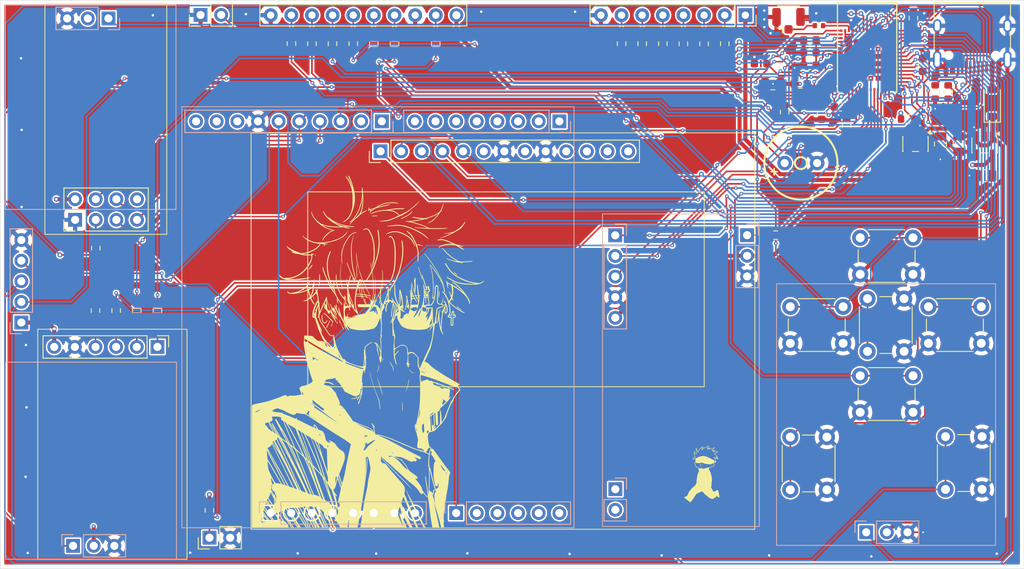
<source format=kicad_pcb>
(kicad_pcb (version 20241229) (generator "pcbnew") (generator_version "9.0")
  (layers (0 "F.Cu" signal) (4 "In1.Cu" signal) (6 "In2.Cu" signal) (2 "B.Cu" signal) (13 "F.Paste" user) (15 "B.Paste" user) (5 "F.SilkS" user "F.Silkscreen") (7 "B.SilkS" user "B.Silkscreen") (1 "F.Mask" user) (3 "B.Mask" user) (25 "Edge.Cuts" user))
  (net 0 "")
  (net 1 "Net-(BZ1-+)")
  (net 2 "GND")
  (net 3 "RESET")
  (net 4 "VDDA")
  (net 5 "+3V3")
  (net 6 "RF_OUT")
  (net 7 "Net-(J16-In)")
  (net 8 "+5V")
  (net 9 "/+3V3_{EXT}")
  (net 10 "Net-(D1-A)")
  (net 11 "IR_TX")
  (net 12 "IR_RX")
  (net 16 "SPL_R_SCK")
  (net 17 "NFC_CS")
  (net 19 "SPL_R_MOSI")
  (net 21 "SPL_R_MISO")
  (net 40 "NFC_IRQ")
  (net 41 "Net-(J5-Pin_3)")
  (net 43 "CC1101_CS")
  (net 44 "/iBUTTON_{EXT}")
  (net 45 "Net-(J7-Pin_4)")
  (net 46 "Net-(J7-Pin_1)")
  (net 47 "Net-(J7-Pin_3)")
  (net 48 "Net-(J7-Pin_2)")
  (net 49 "SD_CO")
  (net 50 "VIBRATION")
  (net 51 "I2C_SCL")
  (net 52 "I2C_SDA")
  (net 55 "PD2")
  (net 56 "RFID_OUT")
  (net 57 "RFID_PULL")
  (net 58 "RFID_CARRIER")
  (net 60 "DISPLAY_RST")
  (net 63 "DISPLAY_CS")
  (net 64 "SPL_D_SCK")
  (net 66 "DISPLAY_DI")
  (net 67 "SPL_D_MOSI")
  (net 68 "Net-(J15-Pin_10)")
  (net 69 "Net-(J15-Pin_14)")
  (net 70 "Net-(J15-Pin_16)")
  (net 71 "Net-(J15-Pin_4)")
  (net 72 "Net-(J15-Pin_12)")
  (net 73 "Net-(J15-Pin_13)")
  (net 74 "Net-(J15-Pin_6)")
  (net 75 "Net-(J15-Pin_5)")
  (net 76 "Net-(J15-Pin_3)")
  (net 77 "Net-(J15-Pin_7)")
  (net 78 "Net-(J15-Pin_2)")
  (net 79 "Net-(J15-Pin_15)")
  (net 80 "PC3")
  (net 81 "PC0")
  (net 82 "SWDIO")
  (net 83 "SWCLK")
  (net 84 "iBUTTON")
  (net 85 "UART1_TX")
  (net 86 "UART1_RX")
  (net 87 "PA4")
  (net 88 "PA6")
  (net 89 "PA7")
  (net 90 "PB3")
  (net 91 "PB2")
  (net 92 "PC1")
  (net 93 "SPL_D_MISO")
  (net 94 "SD_CS")
  (net 95 "SPEAKER")
  (net 96 "Net-(U1-PD2)")
  (net 97 "CC1101_GO")
  (net 98 "PERIPHERAL_POWER")
  (net 99 "Net-(USB1-CC1)")
  (net 100 "Net-(USB1-CC2)")
  (net 101 "Net-(U1-PB5)")
  (net 102 "Net-(U1-PA5)")
  (net 103 "BUTTON_UP")
  (net 104 "BUTTON_LEFT")
  (net 105 "BUTTON_RIGHT")
  (net 106 "BUTTON_DOWN")
  (net 107 "BUTTON_BACK")
  (net 108 "BUTTON_OK")
  (net 131 "USB_D+")
  (net 134 "USB_D-")
  (footprint "Connector_PinHeader_2.54mm:PinHeader_1x06_P2.54mm_Vertical" (layer "F.Cu") (at 146.35 104.7 -90)
    (property "Reference" "J7" (hide yes))
    (property "Value" "MicroSD Card")
  )
  (footprint "Resistor_SMD:R_0603_1608Metric" (layer "F.Cu") (at 138.73 100.22 90)
    (property "Reference" "R17" (hide yes))
    (property "Value" "47" (hide yes))
  )
  (footprint "Resistor_SMD:R_0603_1608Metric" (layer "F.Cu") (at 231.17 77.44 -90)
    (property "Reference" "RX1" (hide yes))
    (property "Value" "47" (hide yes))
  )
  (footprint "Capacitor_SMD:C_0603_1608Metric" (layer "F.Cu") (at 230.425 75.13)
    (property "Reference" "C4" (hide yes))
    (property "Value" "100nF" (hide yes))
  )
  (footprint "Capacitor_SMD:C_0603_1608Metric" (layer "F.Cu") (at 226.65 70.01 180)
    (property "Reference" "C2" (hide yes))
    (property "Value" "1uF" (hide yes))
  )
  (footprint "Capacitor_SMD:C_0603_1608Metric" (layer "F.Cu") (at 240.54 69.975 90)
    (property "Reference" "C5" (hide yes))
    (property "Value" "100nF" (hide yes))
  )
  (footprint "Capacitor_SMD:C_0603_1608Metric" (layer "F.Cu") (at 226.65 66.9 180)
    (property "Reference" "C7" (hide yes))
    (property "Value" "100nF" (hide yes))
  )
  (footprint "Resistor_SMD:R_0402_1005Metric" (layer "F.Cu") (at 227.77 65.12 180)
    (property "Reference" "R23" (hide yes))
    (property "Value" "0" (hide yes))
  )
  (footprint "Resistor_SMD:R_0603_1608Metric" (layer "F.Cu") (at 170.46 67.345 -90)
    (property "Reference" "R7" (hide yes))
    (property "Value" "47" (hide yes))
  )
  (footprint "Button_Switch_THT:SW_PUSH_6mm" (layer "F.Cu") (at 241.25 99.75)
    (property "Reference" "SW4" (hide yes))
    (property "Value" "SW_Push" (hide yes))
  )
  (footprint "Resistor_SMD:R_0603_1608Metric" (layer "F.Cu") (at 225.475 72.29 180)
    (property "Reference" "R22" (hide yes))
    (property "Value" "10" (hide yes))
  )
  (footprint "Button_Switch_THT:SW_PUSH_6mm" (layer "F.Cu") (at 232.85 108.25)
    (property "Reference" "SW5" (hide yes))
    (property "Value" "SW_Push" (hide yes))
  )
  (footprint "Connector_PinHeader_2.54mm:PinHeader_2x04_P2.54mm_Vertical" (layer "F.Cu") (at 136.22 89.04 90)
    (property "Reference" "J5" (hide yes))
    (property "Value" "Conn_02x04_Odd_Even" (hide yes))
  )
  (footprint "Resistor_SMD:R_0603_1608Metric" (layer "F.Cu") (at 206.02 67.35 90)
    (property "Reference" "R12" (hide yes))
    (property "Value" "47" (hide yes))
  )
  (footprint "Button_Switch_THT:SW_PUSH_6mm" (layer "F.Cu") (at 243.35 122.25 90)
    (property "Reference" "SW1" (hide yes))
    (property "Value" "SW_Push" (hide yes))
  )
  (footprint "Package_TO_SOT_SMD:SOT-23-5" (layer "F.Cu") (at 239.65 79.7125 -90)
    (property "Reference" "UP2" (hide yes))
    (property "Value" "AP2112K-3.3" (hide yes))
  )
  (footprint "Package_TO_SOT_SMD:SOT-23-5" (layer "F.Cu") (at 248.15 79.8925 -90)
    (property "Reference" "UP1" (hide yes))
    (property "Value" "AP2112K-3.3" (hide yes))
  )
  (footprint "Capacitor_SMD:C_0805_2012Metric" (layer "F.Cu") (at 242.725 79.7 90)
    (property "Reference" "CP3" (hide yes))
    (property "Value" "10u" (hide yes))
  )
  (footprint "Button_Switch_THT:SW_PUSH_6mm" (layer "F.Cu") (at 224.25 99.75)
    (property "Reference" "SW3" (hide yes))
    (property "Value" "SW_Push" (hide yes))
  )
  (footprint "Connector_Coaxial:U.FL_Hirose_U.FL-R-SMT-1_Vertical" (layer "F.Cu") (at 224.025 64.525 90)
    (property "Reference" "J16" (hide yes))
    (property "Value" "Conn_Coaxial" (hide yes))
  )
  (footprint "Connector_PinHeader_2.54mm:PinHeader_1x02_P2.54mm_Vertical" (layer "F.Cu") (at 152.76 128.2 90)
    (property "Reference" "J8" (hide yes))
    (property "Value" "Switch")
  )
  (footprint "Resistor_SMD:R_0603_1608Metric" (layer "F.Cu") (at 152.75 124.84 -90)
    (property "Reference" "R18" (hide yes))
    (property "Value" "5.1k" (hide yes))
  )
  (footprint "Button_Switch_THT:SW_PUSH_6mm" (layer "F.Cu") (at 233.75 105.25 90)
    (property "Reference" "SW7" (hide yes))
    (property "Value" "SW_Push" (hide yes))
  )
  (footprint "Resistor_SMD:R_0603_1608Metric" (layer "F.Cu") (at 180.61 67.345 -90)
    (property "Reference" "R4" (hide yes))
    (property "Value" "47" (hide yes))
  )
  (footprint "Module:Flipper_Zero_Straight" (layer "F.Cu") (at 218.715 63.83 180)
    (property "Reference" "J15" (hide yes))
    (property "Value" "Conn_01x18" (hide yes))
  )
  (footprint "Capacitor_SMD:C_0603_1608Metric" (layer "F.Cu") (at 226.65 68.45 180)
    (property "Reference" "C6" (hide yes))
    (property "Value" "100nF" (hide yes))
  )
  (footprint "Resistor_SMD:R_0603_1608Metric" (layer "F.Cu") (at 242.075 73.295 -90)
    (property "Reference" "RU2" (hide yes))
    (property "Value" "5.1k" (hide yes))
  )
  (footprint "Resistor_SMD:R_0603_1608Metric" (layer "F.Cu") (at 162.85 67.34 -90)
    (property "Reference" "R5" (hide yes))
    (property "Value" "47" (hide yes))
  )
  (footprint "Capacitor_SMD:C_0805_2012Metric" (layer "F.Cu") (at 222.09 72.29 180)
    (property "Reference" "C8" (hide yes))
    (property "Value" "4.7uF" (hide yes))
  )
  (footprint "Resistor_SMD:R_0603_1608Metric" (layer "F.Cu") (at 223.55 75.77 -90)
    (property "Reference" "R19" (hide yes))
    (property "Value" "47" (hide yes))
  )
  (footprint "Graphics:Gojo mid" (layer "F.Cu") (at 172.969016 94.515724)
    (property "Reference" "G***" (hide yes))
    (property "Value" "LOGO" (hide yes))
  )
  (footprint "Resistor_SMD:R_0603_1608Metric" (layer "F.Cu") (at 243.675 73.3 90)
    (property "Reference" "RU1" (hide yes))
    (property "Value" "5.1k" (hide yes))
  )
  (footprint "Capacitor_SMD:C_0805_2012Metric" (layer "F.Cu") (at 245.03 79.7 -90)
    (property "Reference" "CP1" (hide yes))
    (property "Value" "10u" (hide yes))
  )
  (footprint "Resistor_SMD:R_0603_1608Metric" (layer "F.Cu") (at 172.98 67.345 -90)
    (property "Reference" "R6" (hide yes))
    (property "Value" "47" (hide yes))
  )
  (footprint "Resistor_SMD:R_0603_1608Metric" (layer "F.Cu") (at 216.18 67.35 90)
    (property "Reference" "R10" (hide yes))
    (property "Value" "47" (hide yes))
  )
  (footprint "Connector_PinHeader_2.54mm:PinHeader_1x02_P2.54mm_Vertical" (layer "F.Cu") (at 151.66 63.8 90)
    (property "Reference" "J6" (hide yes))
    (property "Value" "iButton Connector")
  )
  (footprint "Resistor_SMD:R_0603_1608Metric" (layer "F.Cu") (at 213.63 67.36 90)
    (property "Reference" "R9" (hide yes))
    (property "Value" "47" (hide yes))
  )
  (footprint "Resistor_SMD:R_0603_1608Metric" (layer "F.Cu") (at 211.09 67.36 90)
    (property "Reference" "R8" (hide yes))
    (property "Value" "47" (hide yes))
  )
  (footprint "Resistor_SMD:R_0603_1608Metric" (layer "F.Cu") (at 165.37 67.35 90)
    (property "Reference" "R2" (hide yes))
    (property "Value" "47" (hide yes))
  )
  (footprint "Resistor_SMD:R_0603_1608Metric" (layer "F.Cu") (at 146.36 100.225 90)
    (property "Reference" "R14" (hide yes))
    (property "Value" "47" (hide yes))
  )
  (footprint "Resistor_SMD:R_0603_1608Metric" (layer "F.Cu") (at 175.53 67.35 -90)
    (property "Reference" "R3" (hide yes))
    (property "Value" "47" (hide yes))
  )
  (footprint "Resistor_SMD:R_0603_1608Metric" (layer "F.Cu") (at 239.4 64.19 90)
    (property "Reference" "RX2" (hide yes))
    (property "Value" "47" (hide yes))
  )
  (footprint "Resistor_SMD:R_0603_1608Metric" (layer "F.Cu") (at 167.9 67.35 90)
    (property "Reference" "R13" (hide yes))
    (property "Value" "47" (hide yes))
  )
  (footprint "Connector_USB:USB_C_Receptacle_HRO_TYPE-C-31-M-12" (layer "F.Cu") (at 246.65 66.18 180)
    (property "Reference" "USB1" (hide yes))
    (property "Value" "USB_C_Receptacle_USB2.0_16P" (hide yes))
  )
  (footprint "Diode_SMD:D_SOD-123" (layer "F.Cu") (at 249.1 74.655 90)
    (property "Reference" "D1" (hide yes))
    (property "Value" "D_Schottky" (hide yes))
  )
  (footprint "Graphics:larger baby gojo" (layer "F.Cu") (at 213.529016 120.005724)
    (property "Reference" "G***" (hide yes))
    (property "Value" "LOGO" (hide yes))
  )
  (footprint "Resistor_SMD:R_0603_1608Metric" (layer "F.Cu") (at 141.27 100.215 90)
    (property "Reference" "R16" (hide yes))
    (property "Value" "47" (hide yes))
  )
  (footprint "Resistor_SMD:R_0603_1608Metric" (layer "F.Cu") (at 138.77 92.53 90)
    (property "Reference" "R21" (hide yes))
    (property "Value" "47" (hide yes))
  )
  (footprint "Resistor_SMD:R_0603_1608Metric" (layer "F.Cu") (at 143.81 100.215 90)
    (property "Reference" "R15" (hide yes))
    (property "Value" "47" (hide yes))
  )
  (footprint "Capacitor_SMD:C_0603_1608Metric" (layer "F.Cu") (at 228.1 75.88 -90)
    (property "Reference" "C3" (hide yes))
    (property "Value" "100nF" (hide yes))
  )
  (footprint "Capacitor_SMD:C_0603_1608Metric" (layer "F.Cu") (at 220.595 69.8 180)
    (property "Reference" "C1" (hide yes))
    (property "Value" "100nF" (hide yes))
  )
  (footprint "Button_Switch_THT:SW_PUSH_6mm" (layer "F.Cu") (at 224.25 122.3 90)
    (property "Reference" "SW6" (hide yes))
    (property "Value" "SW_Push" (hide yes))
  )
  (footprint "Resistor_SMD:R_0603_1608Metric" (layer "F.Cu") (at 238.7 76.625)
    (property "Reference" "RP1" (hide yes))
    (property "Value" "5.1k" (hide yes))
  )
  (footprint "Connector_PinHeader_2.54mm:PinHeader_1x13_P2.54mm_Vertical" (layer "F.Cu") (at 173.815 80.6 90)
    (property "Reference" "J14" (hide yes))
    (property "Value" "Conn_01x13" (hide yes))
  )
  (footprint "Resistor_SMD:R_0603_1608Metric" (layer "F.Cu") (at 222.45 90.93 180)
    (property "Reference" "R20" (hide yes))
    (property "Value" "47" (hide yes))
  )
  (footprint "lcsc:LCC-LGA-86_L11.0-W7.3_STM32WB5MMGH6TR" (layer "F.Cu") (at 233.7 67.87)
    (property "Reference" "U1" (hide yes))
    (property "Value" "STM32WB5MMGH6TR" (hide yes))
  )
  (footprint "lcsc:BUZ-TH_BD9.0-P4.00-D0.6-FD" (layer "F.Cu") (at 225.55 82.05)
    (property "Reference" "BZ1" (hide yes))
    (property "Value" "Buzzer" (hide yes))
  )
  (footprint "Resistor_SMD:R_0603_1608Metric" (layer "F.Cu") (at 208.56 67.35 90)
    (property "Reference" "R11" (hide yes))
    (property "Value" "47" (hide yes))
  )
  (footprint "Resistor_SMD:R_0603_1608Metric" (layer "F.Cu") (at 203.48 67.35 90)
    (property "Reference" "R1" (hide yes))
    (property "Value" "47" (hide yes))
  )
  (footprint "Capacitor_SMD:C_0805_2012Metric" (layer "F.Cu") (at 248.15 83.605 180)
    (property "Reference" "CP2" (hide yes))
    (property "Value" "10u" (hide yes))
  )
  (footprint "Button_Switch_THT:SW_PUSH_6mm" (layer "F.Cu") (at 232.85 91.25)
    (property "Reference" "SW2" (hide yes))
    (property "Value" "SW_Push" (hide yes))
  )
  (footprint "Connector_PinHeader_2.54mm:PinHeader_1x03_P2.54mm_Vertical" (layer "B.Cu") (at 135.97 129.2 -90)
    (property "Reference" "IR1" (hide yes))
    (property "Value" "IR Transmitter")
  )
  (footprint "Connector_PinHeader_2.54mm:PinHeader_1x03_P2.54mm_Vertical" (layer "B.Cu") (at 218.93 90.93 180)
    (property "Reference" "J12" (hide yes))
    (property "Value" "Conn_01x03" (hide yes))
  )
  (footprint "Connector_PinHeader_2.54mm:PinHeader_1x05_P2.54mm_Vertical" (layer "B.Cu") (at 129.6 101.69)
    (property "Reference" "J10" (hide yes))
    (property "Value" "Conn_01x05" (hide yes))
  )
  (footprint "Connector_PinHeader_2.54mm:PinHeader_1x02_P2.54mm_Vertical" (layer "B.Cu") (at 202.71 122.225 180)
    (property "Reference" "J11" (hide yes))
    (property "Value" "Conn_01x02" (hide yes))
  )
  (footprint "Connector_PinHeader_2.54mm:PinHeader_1x03_P2.54mm_Vertical" (layer "B.Cu") (at 140.32 64.23 90)
    (property "Reference" "IR2" (hide yes))
    (property "Value" "IR Receiver")
  )
  (footprint "Connector_PinHeader_2.54mm:PinHeader_1x06_P2.54mm_Vertical" (layer "B.Cu") (at 183.12 125.165 -90)
    (property "Reference" "J4" (hide yes))
    (property "Value" "CN8" (hide yes))
  )
  (footprint "Connector_PinHeader_2.54mm:PinHeader_1x05_P2.54mm_Vertical" (layer "B.Cu") (at 202.7 90.95 180)
    (property "Reference" "J13" (hide yes))
    (property "Value" "Conn_01x05" (hide yes))
  )
  (footprint "Connector_PinHeader_2.54mm:PinHeader_1x08_P2.54mm_Vertical" (layer "B.Cu") (at 160.28 125.155 -90)
    (property "Reference" "J2" (hide yes))
    (property "Value" "CN6" (hide yes))
  )
  (footprint "Connector_PinHeader_2.54mm:PinHeader_1x08_P2.54mm_Vertical" (layer "B.Cu") (at 195.82 76.905 90)
    (property "Reference" "J3" (hide yes))
    (property "Value" "CN9" (hide yes))
  )
  (footprint "Connector_PinHeader_2.54mm:PinHeader_1x03_P2.54mm_Vertical" (layer "B.Cu") (at 233.59 127.53 -90)
    (property "Reference" "J9" (hide yes))
    (property "Value" "Vibration module")
  )
  (footprint "Connector_PinHeader_2.54mm:PinHeader_1x10_P2.54mm_Vertical" (layer "B.Cu") (at 173.97 76.905 90)
    (property "Reference" "J1" (hide yes))
    (property "Value" "CN5" (hide yes))
  )
  (gr_rect (start 132.5 62.37) (end 147.5 90.83) (stroke (width 0.1)) (fill no) (layer "F.SilkS"))
  (gr_rect (start 157.88 78.33) (end 219.88 127.16) (stroke (width 0.1)) (fill no) (layer "F.SilkS"))
  (gr_rect (start 164.85 85.6) (end 213.65 109.6) (stroke (width 0.1)) (fill no) (layer "F.SilkS"))
  (gr_rect (start 131.62 102.52) (end 149.99 130.85) (stroke (width 0.1)) (fill no) (layer "F.SilkS"))
  (gr_rect (start 127.62 62.56) (end 148.63 87.76) (stroke (width 0.1)) (fill no) (layer "B.SilkS"))
  (gr_rect (start 222.56 96.92) (end 249.51 129.14) (stroke (width 0.1)) (fill no) (layer "B.SilkS"))
  (gr_rect (start 149.36 75.105) (end 197.63 126.975) (stroke (width 0.1)) (fill no) (layer "B.SilkS"))
  (gr_rect (start 201.13 88.32) (end 220.43 126.82) (stroke (width 0.1)) (fill no) (layer "B.SilkS"))
  (gr_rect (start 127.68 106.57) (end 148.69 130.85) (stroke (width 0.1)) (fill no) (layer "B.SilkS"))
  (gr_rect (start 127 62) (end 253.01 132) (stroke (width 0.05)) (fill no) (layer "Edge.Cuts"))
  (segment (start 221 78.22) (end 222.625 76.595) (width 0.2) (layer "F.Cu") (net 1))
  (segment (start 222.625 76.595) (end 223.55 76.595) (width 0.2) (layer "F.Cu") (net 1))
  (segment (start 220.99 79.49) (end 220.99 78.22) (width 0.2) (layer "F.Cu") (net 1))
  (segment (start 220.99 78.22) (end 221 78.22) (width 0.2) (layer "F.Cu") (net 1))
  (segment (start 223.55 82.05) (end 220.99 79.49) (width 0.2) (layer "F.Cu") (net 1))
  (segment (start 246.315 83.605) (end 246.3 83.59) (width 0.2) (layer "F.Cu") (net 2))
  (segment (start 242.075 75.345) (end 242.07 75.35) (width 0.2) (layer "F.Cu") (net 2))
  (segment (start 230.085 72.5) (end 230.52 72.5) (width 0.2) (layer "F.Cu") (net 2))
  (segment (start 231.9 65.73) (end 231.9 64.610293) (width 0.2) (layer "F.Cu") (net 2))
  (segment (start 221.14 72.29) (end 222.11 72.29) (width 0.2) (layer "F.Cu") (net 2))
  (segment (start 249.9 70.225) (end 250.055 70.225) (width 0.2) (layer "F.Cu") (net 2))
  (segment (start 231.024 67.498) (end 231.024 66.206) (width 0.2) (layer "F.Cu") (net 2))
  (segment (start 231 66.182) (end 231.024 66.206) (width 0.2) (layer "F.Cu") (net 2))
  (segment (start 225.875 68.45) (end 224.725539 68.45) (width 0.2) (layer "F.Cu") (net 2))
  (segment (start 242.075 74.12) (end 242.075 75.345) (width 0.2) (layer "F.Cu") (net 2))
  (segment (start 229.9875 72.5975) (end 230.085 72.5) (width 0.2) (layer "F.Cu") (net 2))
  (segment (start 243.4 70.225) (end 243.245 70.225) (width 0.2) (layer "F.Cu") (net 2))
  (segment (start 243.245 70.225) (end 242.33 69.31) (width 0.2) (layer "F.Cu") (net 2))
  (segment (start 244.625 80.65) (end 245.03 80.65) (width 0.2) (layer "F.Cu") (net 2))
  (segment (start 225.890293 64.440293) (end 231.73 64.440293) (width 0.2) (layer "F.Cu") (net 2))
  (segment (start 237.65 73.083201) (end 237.546799 72.98) (width 0.2) (layer "F.Cu") (net 2))
  (segment (start 172.98 127.05) (end 172.99 127.06) (width 0.2) (layer "F.Cu") (net 2))
  (segment (start 221.34 64.05) (end 221.04 64.35) (width 0.2) (layer "F.Cu") (net 2))
  (segment (start 225.5 64.05) (end 225.890293 64.440293) (width 0.2) (layer "F.Cu") (net 2))
  (segment (start 250.055 70.225) (end 250.97 69.31) (width 0.2) (layer "F.Cu") (net 2))
  (segment (start 240.54 68.507677) (end 240.563677 68.484) (width 0.2) (layer "F.Cu") (net 2))
  (segment (start 248.15 78.092501) (end 247.697499 77.64) (width 0.2) (layer "F.Cu") (net 2))
  (segment (start 231.9 66.182) (end 231.9 65.73) (width 0.2) (layer "F.Cu") (net 2))
  (segment (start 243.675 72.475) (end 245.03 73.83) (width 0.2) (layer "F.Cu") (net 2))
  (segment (start 247.697499 77.64) (end 246.864 77.64) (width 0.2) (layer "F.Cu") (net 2))
  (segment (start 219.82 68.989527) (end 219.83 68.979527) (width 0.2) (layer "F.Cu") (net 2))
  (segment (start 237.65 73.504) (end 237.65 73.083201) (width 0.2) (layer "F.Cu") (net 2))
  (segment (start 172.98 125.155) (end 172.98 127.05) (width 0.2) (layer "F.Cu") (net 2))
  (segment (start 231.024 66.206) (end 231.876 66.206) (width 0.2) (layer "F.Cu") (net 2))
  (segment (start 231.876 66.206) (end 231.9 66.182) (width 0.2) (layer "F.Cu") (net 2))
  (segment (start 231.2 75.13) (end 230.19 76.14) (width 0.2) (layer "F.Cu") (net 2))
  (segment (start 245.03 73.83) (end 245.03 74.62) (width 0.2) (layer "F.Cu") (net 2))
  (segment (start 231 65.73) (end 231 66.182) (width 0.2) (layer "F.Cu") (net 2))
  (segment (start 231.9 64.610293) (end 231.73 64.440293) (width 0.2) (layer "F.Cu") (net 2))
  (segment (start 238.01 62.601) (end 237.851 62.76) (width 0.2) (layer "F.Cu") (net 2))
  (segment (start 222.55 64.05) (end 221.34 64.05) (width 0.2) (layer "F.Cu") (net 2))
  (segment (start 225.875 70.01) (end 225.098 70.01) (width 0.2) (layer "F.Cu") (net 2))
  (segment (start 230.972 67.55) (end 231.024 67.498) (width 0.2) (layer "F.Cu") (net 2))
  (segment (start 225.098 70.01) (end 224.77 70.338) (width 0.2) (layer "F.Cu") (net 2))
  (segment (start 230.52 67.55) (end 230.972 67.55) (width 0.2) (layer "F.Cu") (net 2))
  (segment (start 239.65 78.575) (end 239.65 77.991724) (width 0.2) (layer "F.Cu") (net 2))
  (segment (start 224.725539 68.45) (end 224.394573 68.780966) (width 0.2) (layer "F.Cu") (net 2))
  (segment (start 240.54 69.2) (end 240.54 68.507677) (width 0.2) (layer "F.Cu") (net 2))
  (segment (start 237.851 62.76) (end 236.75 62.76) (width 0.2) (layer "F.Cu") (net 2))
  (segment (start 225.875 66.9) (end 225.875 68.45) (width 0.2) (layer "F.Cu") (net 2))
  (segment (start 240.73 62.89) (end 240.441 62.601) (width 0.2) (layer "F.Cu") (net 2))
  (segment (start 239.65 77.991724) (end 240.205566 77.436158) (width 0.2) (layer "F.Cu") (net 2))
  (segment (start 237.546799 72.98) (end 236.87 72.98) (width 0.2) (layer "F.Cu") (net 2))
  (segment (start 175.52 125.155) (end 172.98 125.155) (width 0.2) (layer "F.Cu") (net 2))
  (segment (start 247.2 83.605) (end 246.315 83.605) (width 0.2) (layer "F.Cu") (net 2))
  (segment (start 238.67 127.53) (end 240.59 127.53) (width 0.2) (layer "F.Cu") (net 2))
  (segment (start 232.35 65.73) (end 231.9 65.73) (width 0.2) (layer "F.Cu") (net 2))
  (segment (start 245.03 80.65) (end 244.09 81.59) (width 0.2) (layer "F.Cu") (net 2))
  (segment (start 244.09 81.59) (end 242.71 81.59) (width 0.2) (layer "F.Cu") (net 2))
  (segment (start 240.73 63.602) (end 240.73 62.89) (width 0.2) (layer "F.Cu") (net 2))
  (segment (start 228.1 76.655) (end 229.319 76.655) (width 0.2) (layer "F.Cu") (net 2))
  (segment (start 229.319 76.655) (end 229.57 76.404) (width 0.2) (layer "F.Cu") (net 2))
  (segment (start 248.15 78.755) (end 248.15 78.092501) (width 0.2) (layer "F.Cu") (net 2))
  (segment (start 242.725 78.75) (end 244.625 80.65) (width 0.2) (layer "F.Cu") (net 2))
  (segment (start 219.82 69.8) (end 219.82 68.989527) (width 0.2) (layer "F.Cu") (net 2))
  (segment (start 240.441 62.601) (end 238.01 62.601) (width 0.2) (layer "F.Cu") (net 2))
  (via (at 234.22 130.5) (size 0.6) (drill 0.3) (layers "F.Cu" "B.Cu") (net 2))
  (via (at 249.65 130.17) (size 0.6) (drill 0.3) (layers "F.Cu" "B.Cu") (net 2))
  (via (at 237.65 73.504) (size 0.45) (drill 0.2) (layers "F.Cu" "B.Cu") (net 2))
  (via (at 224.394573 68.780966) (size 0.45) (drill 0.2) (layers "F.Cu" "B.Cu") (net 2))
  (via (at 229.57 76.404) (size 0.45) (drill 0.2) (layers "F.Cu" "B.Cu") (net 2))
  (via (at 129.64 87.46) (size 0.6) (drill 0.3) (layers "F.Cu" "B.Cu") (net 2))
  (via (at 150.39 130.05) (size 0.6) (drill 0.3) (layers "F.Cu" "B.Cu") (net 2))
  (via (at 234.15 68) (size 0.45) (drill 0.2) (layers "F.Cu" "B.Cu") (net 2))
  (via (at 130.17 104.46) (size 0.6) (drill 0.3) (layers "F.Cu" "B.Cu") (net 2))
  (via (at 219.83 68.979527) (size 0.6) (drill 0.3) (layers "F.Cu" "B.Cu") (net 2))
  (via (at 222.11 72.29) (size 0.45) (drill 0.2) (layers "F.Cu" "B.Cu") (net 2))
  (via (at 229.9875 72.5975) (size 0.45) (drill 0.2) (layers "F.Cu" "B.Cu") (net 2))
  (via (at 227.44 63.6) (size 0.6) (drill 0.3) (layers "F.Cu" "B.Cu") (net 2))
  (via (at 129.56 69.14) (size 0.6) (drill 0.3) (layers "F.Cu" "B.Cu") (net 2))
  (via (at 172.99 127.06) (size 0.45) (drill 0.2) (layers "F.Cu" "B.Cu") (net 2))
  (via (at 240.59 127.53) (size 0.45) (drill 0.2) (layers "F.Cu" "B.Cu") (net 2))
  (via (at 129.64 77.96) (size 0.6) (drill 0.3) (layers "F.Cu" "B.Cu") (net 2))
  (via (at 240.73 63.602) (size 0.6) (drill 0.3) (layers "F.Cu" "B.Cu") (net 2))
  (via (at 221.811765 66.051527) (size 0.6) (drill 0.3) (layers "F.Cu" "B.Cu") (net 2))
  (via (at 221.04 64.35) (size 0.6) (drill 0.3) (layers "F.Cu" "B.Cu") (net 2))
  (via (at 240.205566 77.436158) (size 0.45) (drill 0.2) (layers "F.Cu" "B.Cu") (net 2))
  (via (at 246.3 83.59) (size 0.45) (drill 0.2) (layers "F.Cu" "B.Cu") (net 2))
  (via (at 221.04 63.26) (size 0.6) (drill 0.3) (layers "F.Cu" "B.Cu") (net 2))
  (via (at 197.75 63.4) (size 0.6) (drill 0.3) (layers "F.Cu" "B.Cu") (net 2))
  (via (at 197.08 130.2) (size 0.6) (drill 0.3) (layers "F.Cu" "B.Cu") (net 2))
  (via (at 221.64 130.38) (size 0.6) (drill 0.3) (layers "F.Cu" "B.Cu") (net 2))
  (via (at 184.5 130.12) (size 0.6) (drill 0.3) (layers "F.Cu" "B.Cu") (net 2))
  (via (at 242.71 81.59) (size 0.45) (drill 0.2) (layers "F.Cu" "B.Cu") (net 2))
  (via (at 245.03 74.62) (size 0.45) (drill 0.2) (layers "F.Cu" "B.Cu") (net 2))
  (via (at 186.21 63.4) (size 0.6) (drill 0.3) (layers "F.Cu" "B.Cu") (net 2))
  (via (at 208.41 130.38) (size 0.6) (drill 0.3) (layers "F.Cu" "B.Cu") (net 2))
  (via (at 130.39 130.08) (size 0.6) (drill 0.3) (layers "F.Cu" "B.Cu") (net 2))
  (via (at 231.73 64.440293) (size 0.6) (drill 0.3) (layers "F.Cu" "B.Cu") (net 2))
  (via (at 130.13 120.69) (size 0.6) (drill 0.3) (layers "F.Cu" "B.Cu") (net 2))
  (via (at 173.28 130.16) (size 0.6) (drill 0.3) (layers "F.Cu" "B.Cu") (net 2))
  (via (at 242.07 75.35) (size 0.45) (drill 0.2) (layers "F.Cu" "B.Cu") (net 2))
  (via (at 224.77 70.338) (size 0.45) (drill 0.2) (layers "F.Cu" "B.Cu") (net 2))
  (via (at 240.563677 68.484) (size 0.45) (drill 0.2) (layers "F.Cu" "B.Cu") (net 2))
  (via (at 221.05 65.29) (size 0.6) (drill 0.3) (layers "F.Cu" "B.Cu") (net 2))
  (via (at 246.864 77.64) (size 0.45) (drill 0.2) (layers "F.Cu" "B.Cu") (net 2))
  (via (at 130.24 112.14) (size 0.6) (drill 0.3) (layers "F.Cu" "B.Cu") (net 2))
  (via (at 157.24 63.7) (size 0.6) (drill 0.3) (layers "F.Cu" "B.Cu") (net 2))
  (via (at 145.79 63.85) (size 0.6) (drill 0.3) (layers "F.Cu" "B.Cu") (net 2))
  (via (at 230.19 76.14) (size 0.45) (drill 0.2) (layers "F.Cu" "B.Cu") (net 2))
  (via (at 163.62 130.13) (size 0.6) (drill 0.3) (layers "F.Cu" "B.Cu") (net 2))
  (segment (start 227.77721 71.45) (end 228.579999 70.647211) (width 0.2) (layer "F.Cu") (net 3))
  (segment (start 221.37 70.54884) (end 219.98 71.93884) (width 0.2) (layer "F.Cu") (net 3))
  (segment (start 221.37 69.8) (end 221.37 70.54884) (width 0.2) (layer "F.Cu") (net 3))
  (segment (start 225.061064 71.264) (end 222.834 71.264) (width 0.2) (layer "F.Cu") (net 3))
  (segment (start 222.834 71.264) (end 221.37 69.8) (width 0.2) (layer "F.Cu") (net 3))
  (segment (start 228.579999 70.017101) (end 228.889573 69.707527) (width 0.2) (layer "F.Cu") (net 3))
  (segment (start 229.8097 69.751) (end 230.044 69.751) (width 0.2) (layer "F.Cu") (net 3))
  (segment (start 226.84 71.45) (end 227.77721 71.45) (width 0.2) (layer "F.Cu") (net 3))
  (segment (start 230.044 69.751) (end 230.093 69.8) (width 0.2) (layer "F.Cu") (net 3))
  (segment (start 243.35 115.75) (end 243.35 122.25) (width 0.2) (layer "F.Cu") (net 3))
  (segment (start 154.85 71.63) (end 142.3 71.63) (width 0.2) (layer "F.Cu") (net 3))
  (segment (start 219.98 71.93884) (end 219.98 72.1) (width 0.2) (layer "F.Cu") (net 3))
  (segment (start 229.766227 69.707527) (end 229.8097 69.751) (width 0.2) (layer "F.Cu") (net 3))
  (segment (start 225.40341 71.264) (end 225.683726 71.544316) (width 0.2) (layer "F.Cu") (net 3))
  (segment (start 230.093 69.8) (end 230.52 69.8) (width 0.2) (layer "F.Cu") (net 3))
  (segment (start 225.061064 71.264) (end 225.40341 71.264) (width 0.2) (layer "F.Cu") (net 3))
  (segment (start 228.579999 70.647211) (end 228.579999 70.017101) (width 0.2) (layer "F.Cu") (net 3))
  (segment (start 228.889573 69.707527) (end 229.766227 69.707527) (width 0.2) (layer "F.Cu") (net 3))
  (segment (start 226.825 71.435) (end 226.84 71.45) (width 0.2) (layer "F.Cu") (net 3))
  (via (at 225.683726 71.544316) (size 0.45) (drill 0.2) (layers "F.Cu" "B.Cu") (net 3))
  (via (at 226.825 71.435) (size 0.45) (drill 0.2) (layers "F.Cu" "B.Cu") (net 3))
  (via (at 219.98 72.1) (size 0.45) (drill 0.2) (layers "F.Cu" "B.Cu") (net 3))
  (via (at 142.3 71.63) (size 0.45) (drill 0.2) (layers "F.Cu" "B.Cu") (net 3))
  (via (at 154.85 71.63) (size 0.45) (drill 0.2) (layers "F.Cu" "B.Cu") (net 3))
  (segment (start 137.609 93.799) (end 137.65 93.84) (width 0.2) (layer "B.Cu") (net 3))
  (segment (start 226.715684 71.544316) (end 226.825 71.435) (width 0.2) (layer "B.Cu") (net 3))
  (segment (start 128.449 130.359) (end 129.088 130.998) (width 0.2) (layer "B.Cu") (net 3))
  (segment (start 235.67 122.25) (end 243.35 122.25) (width 0.2) (layer "B.Cu") (net 3))
  (segment (start 166.743877 71.63) (end 154.85 71.63) (width 0.2) (layer "B.Cu") (net 3))
  (segment (start 129.6 99.15) (end 128.449 100.301) (width 0.2) (layer "B.Cu") (net 3))
  (segment (start 129.088 130.998) (end 226.922 130.998) (width 0.2) (layer "B.Cu") (net 3))
  (segment (start 137.65 97.24) (end 135.74 99.15) (width 0.2) (layer "B.Cu") (net 3))
  (segment (start 142.3 71.63) (end 137.609 76.321) (width 0.2) (layer "B.Cu") (net 3))
  (segment (start 135.74 99.15) (end 129.6 99.15) (width 0.2) (layer "B.Cu") (net 3))
  (segment (start 226.922 130.998) (end 235.67 122.25) (width 0.2) (layer "B.Cu") (net 3))
  (segment (start 219.98 72.1) (end 167.213877 72.1) (width 0.2) (layer "B.Cu") (net 3))
  (segment (start 167.213877 72.1) (end 166.743877 71.63) (width 0.2) (layer "B.Cu") (net 3))
  (segment (start 128.449 100.301) (end 128.449 130.359) (width 0.2) (layer "B.Cu") (net 3))
  (segment (start 137.609 76.321) (end 137.609 93.799) (width 0.2) (layer "B.Cu") (net 3))
  (segment (start 225.683726 71.544316) (end 226.715684 71.544316) (width 0.2) (layer "B.Cu") (net 3))
  (segment (start 137.65 93.84) (end 137.65 97.24) (width 0.2) (layer "B.Cu") (net 3))
  (segment (start 226.3 72.29) (end 226.3 71.135) (width 0.2) (layer "F.Cu") (net 4))
  (segment (start 230.52 68) (end 230.212944 68) (width 0.2) (layer "F.Cu") (net 4))
  (segment (start 229.791472 67.578528) (end 229.791472 67.376528) (width 0.2) (layer "F.Cu") (net 4))
  (segment (start 230.212944 68) (end 229.791472 67.578528) (width 0.2) (layer "F.Cu") (net 4))
  (segment (start 226.3 71.135) (end 227.425 70.01) (width 0.2) (layer "F.Cu") (net 4))
  (segment (start 227.425 70.01) (end 227.425 68.45) (width 0.2) (layer "F.Cu") (net 4))
  (segment (start 227.425 68.45) (end 227.425 68.305) (width 0.2) (layer "F.Cu") (net 4))
  (segment (start 227.425 66.9) (end 227.425 68.45) (width 0.2) (layer "F.Cu") (net 4))
  (segment (start 228.103528 67.578528) (end 229.791472 67.578528) (width 0.2) (layer "F.Cu") (net 4))
  (segment (start 227.425 66.9) (end 228.103528 67.578528) (width 0.2) (layer "F.Cu") (net 4))
  (segment (start 229.791472 67.376528) (end 230.068 67.1) (width 0.2) (layer "F.Cu") (net 4))
  (segment (start 230.068 67.1) (end 230.52 67.1) (width 0.2) (layer "F.Cu") (net 4))
  (segment (start 240.54 71.724315) (end 240.54 70.75) (width 0.2) (layer "F.Cu") (net 5))
  (segment (start 240.09 72.23) (end 240.07 72.25) (width 0.2) (layer "F.Cu") (net 5))
  (segment (start 240.07 72.25) (end 240.07 72.534906) (width 0.2) (layer "F.Cu") (net 5))
  (segment (start 229.65 73.82) (end 229.68 73.82) (width 0.2) (layer "F.Cu") (net 5))
  (segment (start 152.75 122.88) (end 152.75 124.015) (width 0.5) (layer "F.Cu") (net 5))
  (segment (start 238.460676 72.5) (end 238.689176 72.7285) (width 0.2) (layer "F.Cu") (net 5))
  (segment (start 229.4615 73.6315) (end 229.65 73.82) (width 0.2) (layer "F.Cu") (net 5))
  (segment (start 237.84701 75.899163) (end 237.84701 76.59701) (width 0.5) (layer "F.Cu") (net 5))
  (segment (start 224.65 72.29) (end 225.449 72.29) (width 0.5) (layer "F.Cu") (net 5))
  (segment (start 229.4615 72.3785) (end 229.4615 73.6315) (width 0.2) (layer "F.Cu") (net 5))
  (segment (start 136.22 86.5) (end 133.9 86.5) (width 0.5) (layer "F.Cu") (net 5))
  (segment (start 229.65 74.775) (end 229.65 75.13) (width 0.2) (layer "F.Cu") (net 5))
  (segment (start 138.51 129.2) (end 138.51 126.81) (width 0.5) (layer "F.Cu") (net 5))
  (segment (start 133.65 104.7) (end 133.65 102.45) (width 0.5) (layer "F.Cu") (net 5))
  (segment (start 167.9 127.07) (end 167.92 127.09) (width 0.5) (layer "F.Cu") (net 5))
  (segment (start 238.689176 72.7285) (end 239.5915 72.7285) (width 0.2) (layer "F.Cu") (net 5))
  (segment (start 240.299 71.965315) (end 240.54 71.724315) (width 0.2) (layer "F.Cu") (net 5))
  (segment (start 229.68 73.82) (end 230.52 72.98) (width 0.2) (layer "F.Cu") (net 5))
  (segment (start 240.09 72.23) (end 240.299 72.021) (width 0.2) (layer "F.Cu") (net 5))
  (segment (start 132.89 101.69) (end 133.65 102.45) (width 0.5) (layer "F.Cu") (net 5))
  (segment (start 246.66 82.28) (end 248.13 82.28) (width 0.5) (layer "F.Cu") (net 5))
  (segment (start 223.04 72.29) (end 224.65 72.29) (width 0.5) (layer "F.Cu") (net 5))
  (segment (start 240.07 72.534906) (end 240.173278 72.638184) (width 0.2) (layer "F.Cu") (net 5))
  (segment (start 138.51 126.81) (end 138.5 126.8) (width 0.5) (layer "F.Cu") (net 5))
  (segment (start 239.5915 72.7285) (end 240.09 72.23) (width 0.2) (layer "F.Cu") (net 5))
  (segment (start 228.1 75.105) (end 229.625 75.105) (width 0.2) (layer "F.Cu") (net 5))
  (segment (start 229.79 72.05) (end 229.4615 72.3785) (width 0.2) (layer "F.Cu") (net 5))
  (segment (start 237.84701 76.59701) (end 237.875 76.625) (width 0.5) (layer "F.Cu") (net 5))
  (segment (start 248.13 82.28) (end 249.1 81.31) (width 0.5) (layer "F.Cu") (net 5))
  (segment (start 236.87 72.5) (end 238.460676 72.5) (width 0.2) (layer "F.Cu") (net 5))
  (segment (start 230.52 72.05) (end 229.79 72.05) (width 0.2) (layer "F.Cu") (net 5))
  (segment (start 229.625 75.105) (end 229.65 75.13) (width 0.2) (layer "F.Cu") (net 5))
  (segment (start 249.1 81.31) (end 249.1 81.03) (width 0.5) (layer "F.Cu") (net 5))
  (segment (start 129.6 101.69) (end 132.89 101.69) (width 0.5) (layer "F.Cu") (net 5))
  (segment (start 249.1 83.605) (end 249.1 81.03) (width 0.5) (layer "F.Cu") (net 5))
  (segment (start 167.9 125.155) (end 167.9 127.07) (width 0.5) (layer "F.Cu") (net 5))
  (segment (start 229.65 75.13) (end 229.65 73.82) (width 0.2) (layer "F.Cu") (net 5))
  (segment (start 240.299 72.021) (end 240.299 71.965315) (width 0.2) (layer "F.Cu") (net 5))
  (via (at 152.75 122.88) (size 0.6) (drill 0.3) (layers "F.Cu" "B.Cu") (net 5))
  (via (at 225.449 72.29) (size 0.45) (drill 0.2) (layers "F.Cu" "B.Cu") (net 5))
  (via (at 246.66 82.28) (size 0.6) (drill 0.3) (layers "F.Cu" "B.Cu") (net 5))
  (via (at 240.173278 72.638184) (size 0.45) (drill 0.2) (layers "F.Cu" "B.Cu") (net 5))
  (via (at 237.84701 75.899163) (size 0.6) (drill 0.3) (layers "F.Cu" "B.Cu") (net 5))
  (via (at 138.5 126.8) (size 0.45) (drill 0.2) (layers "F.Cu" "B.Cu") (net 5))
  (via (at 167.92 127.09) (size 0.45) (drill 0.2) (layers "F.Cu" "B.Cu") (net 5))
  (via (at 133.65 102.45) (size 0.6) (drill 0.3) (layers "F.Cu" "B.Cu") (net 5))
  (via (at 229.65 73.82) (size 0.6) (drill 0.3) (layers "F.Cu" "B.Cu") (net 5))
  (via (at 133.9 86.5) (size 0.6) (drill 0.3) (layers "F.Cu" "B.Cu") (net 5))
  (segment (start 228.28 65.12) (end 231.292 65.12) (width 0.2) (layer "F.Cu") (net 6))
  (segment (start 231.45 65.278) (end 231.45 65.73) (width 0.2) (layer "F.Cu") (net 6))
  (segment (start 231.292 65.12) (end 231.45 65.278) (width 0.2) (layer "F.Cu") (net 6))
  (segment (start 226.33 65.13116) (end 226.33 65.12) (width 0.2) (layer "F.Cu") (net 7))
  (segment (start 224.025 65.575) (end 225.88616 65.575) (width 0.2) (layer "F.Cu") (net 7))
  (segment (start 225.88616 65.575) (end 226.33 65.13116) (width 0.2) (layer "F.Cu") (net 7))
  (segment (start 226.33 65.12) (end 227.26 65.12) (width 0.2) (layer "F.Cu") (net 7))
  (segment (start 249.1 79.3216) (end 248.5531 79.8685) (width 0.5) (layer "F.Cu") (net 8))
  (segment (start 240.0531 79.6885) (end 240.6 79.1416) (width 0.5) (layer "F.Cu") (net 8))
  (segment (start 250.41 125.46) (end 250.41 84.018292) (width 0.5) (layer "F.Cu") (net 8))
  (segment (start 224.126 89.916) (end 224.12 89.91) (width 0.5) (layer "F.Cu") (net 8))
  (segment (start 218.715 79.125603) (end 223.019397 83.43) (width 0.5) (layer "F.Cu") (net 8))
  (segment (start 224.126 91.480196) (end 224.126 89.916) (width 0.5) (layer "F.Cu") (net 8))
  (segment (start 250.41 82.95) (end 250.42 82.94) (width 0.5) (layer "F.Cu") (net 8))
  (segment (start 237.45 126.21) (end 249.66 126.21) (width 0.5) (layer "F.Cu") (net 8))
  (segment (start 248.5531 79.8685) (end 247.651001 79.8685) (width 0.5) (layer "F.Cu") (net 8))
  (segment (start 249.1 76.305) (end 249.1 78.755) (width 0.5) (layer "F.Cu") (net 8))
  (segment (start 210.34 93.47) (end 218.93 93.47) (width 0.5) (layer "F.Cu") (net 8))
  (segment (start 218.93 93.47) (end 222.136196 93.47) (width 0.5) (layer "F.Cu") (net 8))
  (segment (start 245.035 78.755) (end 245.03 78.75) (width 0.5) (layer "F.Cu") (net 8))
  (segment (start 224.12 89.91) (end 226.04 87.99) (width 0.5) (layer "F.Cu") (net 8))
  (segment (start 249.1 78.755) (end 249.1 79.3216) (width 0.5) (layer "F.Cu") (net 8))
  (segment (start 241.376 77.799) (end 244.079 77.799) (width 0.5) (layer "F.Cu") (net 8))
  (segment (start 240.6 79.1416) (end 240.6 78.575) (width 0.5) (layer "F.Cu") (net 8))
  (segment (start 250.42 80.075) (end 249.1 78.755) (width 0.5) (layer "F.Cu") (net 8))
  (segment (start 247.651001 79.8685) (end 247.2 79.417499) (width 0.5) (layer "F.Cu") (net 8))
  (segment (start 234.087 83.43) (end 237.8285 79.6885) (width 0.5) (layer "F.Cu") (net 8))
  (segment (start 250.42 82.94) (end 250.42 80.075) (width 0.5) (layer "F.Cu") (net 8))
  (segment (start 226.04 87.99) (end 246.438292 87.99) (width 0.5) (layer "F.Cu") (net 8))
  (segment (start 236.13 127.53) (end 237.45 126.21) (width 0.5) (layer "F.Cu") (net 8))
  (segment (start 249.66 126.21) (end 250.41 125.46) (width 0.5) (layer "F.Cu") (net 8))
  (segment (start 247.2 79.417499) (end 247.2 78.755) (width 0.5) (layer "F.Cu") (net 8))
  (segment (start 246.438292 87.99) (end 250.41 84.018292) (width 0.5) (layer "F.Cu") (net 8))
  (segment (start 202.7 101.11) (end 210.34 93.47) (width 0.5) (layer "F.Cu") (net 8))
  (segment (start 218.715 63.83) (end 218.715 79.125603) (width 0.5) (layer "F.Cu") (net 8))
  (segment (start 237.8285 79.6885) (end 240.0531 79.6885) (width 0.5) (layer "F.Cu") (net 8))
  (segment (start 240.6 78.575) (end 241.376 77.799) (width 0.5) (layer "F.Cu") (net 8))
  (segment (start 250.41 84.018292) (end 250.41 82.95) (width 0.5) (layer "F.Cu") (net 8))
  (segment (start 247.2 78.755) (end 245.035 78.755) (width 0.5) (layer "F.Cu") (net 8))
  (segment (start 222.136196 93.47) (end 224.126 91.480196) (width 0.5) (layer "F.Cu") (net 8))
  (segment (start 244.079 77.799) (end 245.03 78.75) (width 0.5) (layer "F.Cu") (net 8))
  (segment (start 223.019397 83.43) (end 234.087 83.43) (width 0.5) (layer "F.Cu") (net 8))
  (segment (start 183.155 66.095) (end 189.81 72.75) (width 0.5) (layer "F.Cu") (net 9))
  (segment (start 183.155 63.83) (end 183.155 66.095) (width 0.5) (layer "F.Cu") (net 9))
  (segment (start 237.319 84.131) (end 222.729033 84.131) (width 0.5) (layer "F.Cu") (net 9))
  (segment (start 240.6 80.85) (end 242.525 80.85) (width 0.5) (layer "F.Cu") (net 9))
  (segment (start 222.729033 84.131) (end 218 79.401967) (width 0.5) (layer "F.Cu") (net 9))
  (segment (start 218 79.401967) (end 218 75.09) (width 0.5) (layer "F.Cu") (net 9))
  (segment (start 218 75.09) (end 215.66 72.75) (width 0.5) (layer "F.Cu") (net 9))
  (segment (start 242.525 80.85) (end 242.725 80.65) (width 0.5) (layer "F.Cu") (net 9))
  (segment (start 240.6 80.85) (end 237.319 84.131) (width 0.5) (layer "F.Cu") (net 9))
  (segment (start 215.66 72.75) (end 189.81 72.75) (width 0.5) (layer "F.Cu") (net 9))
  (segment (start 249.1 73.005) (end 249.1 70.225) (width 0.5) (layer "F.Cu") (net 10))
  (segment (start 248.497 68.798) (end 249.1 69.401) (width 0.2) (layer "F.Cu") (net 10))
  (segment (start 244.2 70.225) (end 244.2 69.3) (width 0.2) (layer "F.Cu") (net 10))
  (segment (start 249.1 69.401) (end 249.1 70.225) (width 0.2) (layer "F.Cu") (net 10))
  (segment (start 244.702 68.798) (end 248.497 68.798) (width 0.2) (layer "F.Cu") (net 10))
  (segment (start 244.2 69.3) (end 244.702 68.798) (width 0.2) (layer "F.Cu") (net 10))
  (segment (start 227.19 72.03) (end 227.19 72.589064) (width 0.2) (layer "F.Cu") (net 11))
  (segment (start 230.52 70.25) (end 229.122472 70.25) (width 0.2) (layer "F.Cu") (net 11))
  (segment (start 131.76 129.2) (end 135.97 129.2) (width 0.2) (layer "F.Cu") (net 11))
  (segment (start 226.450064 73.329) (end 219.95 73.329) (width 0.2) (layer "F.Cu") (net 11))
  (segment (start 130.895 72.685) (end 127.601 75.979) (width 0.2) (layer "F.Cu") (net 11))
  (segment (start 219.95 73.329) (end 219.939 73.34) (width 0.2) (layer "F.Cu") (net 11))
  (segment (start 227.19 72.589064) (end 226.450064 73.329) (width 0.2) (layer "F.Cu") (net 11))
  (segment (start 167.791232 72.685) (end 130.895 72.685) (width 0.2) (layer "F.Cu") (net 11))
  (segment (start 229.122472 70.25) (end 229.106018 70.233546) (width 0.2) (layer "F.Cu") (net 11))
  (segment (start 127.601 125.041) (end 131.76 129.2) (width 0.2) (layer "F.Cu") (net 11))
  (segment (start 127.601 75.979) (end 127.601 125.041) (width 0.2) (layer "F.Cu") (net 11))
  (via (at 227.19 72.03) (size 0.45) (drill 0.2) (layers "F.Cu" "B.Cu") (net 11))
  (via (at 229.106018 70.233546) (size 0.45) (drill 0.2) (layers "F.Cu" "B.Cu") (net 11))
  (via (at 219.939 73.34) (size 0.45) (drill 0.2) (layers "F.Cu" "B.Cu") (net 11))
  (via (at 167.791232 72.685) (size 0.45) (drill 0.2) (layers "F.Cu" "B.Cu") (net 11))
  (segment (start 219.939 73.34) (end 219.284 72.685) (width 0.2) (layer "B.Cu") (net 11))
  (segment (start 219.284 72.685) (end 167.791232 72.685) (width 0.2) (layer "B.Cu") (net 11))
  (segment (start 229.106018 70.233546) (end 228.986454 70.233546) (width 0.2) (layer "B.Cu") (net 11))
  (segment (start 228.986454 70.233546) (end 227.19 72.03) (width 0.2) (layer "B.Cu") (net 11))
  (segment (start 229.753266 66.724999) (end 229.828265 66.65) (width 0.2) (layer "F.Cu") (net 12))
  (segment (start 229.700577 66.724999) (end 229.753266 66.724999) (width 0.2) (layer "F.Cu") (net 12))
  (segment (start 229.828265 66.65) (end 230.52 66.65) (width 0.2) (layer "F.Cu") (net 12))
  (via (at 229.700577 66.724999) (size 0.45) (drill 0.2) (layers "F.Cu" "B.Cu") (net 12))
  (segment (start 229.425736 67.052527) (end 221.370427 67.052527) (width 0.2) (layer "B.Cu") (net 12))
  (segment (start 229.700577 66.777686) (end 229.425736 67.052527) (width 0.2) (layer "B.Cu") (net 12))
  (segment (start 221.370427 67.052527) (end 219.2989 64.981) (width 0.2) (layer "B.Cu") (net 12))
  (segment (start 141.071 64.981) (end 140.32 64.23) (width 0.2) (layer "B.Cu") (net 12))
  (segment (start 219.2989 64.981) (end 141.071 64.981) (width 0.2) (layer "B.Cu") (net 12))
  (segment (start 229.700577 66.724999) (end 229.700577 66.777686) (width 0.2) (layer "B.Cu") (net 12))
  (segment (start 141.3 89.04) (end 158.34 106.08) (width 0.2) (layer "F.Cu") (net 16))
  (segment (start 243.426215 62.601) (end 250.75 62.601) (width 0.2) (layer "F.Cu") (net 16))
  (segment (start 252.409 64.41) (end 252.409 129.54) (width 0.2) (layer "F.Cu") (net 16))
  (segment (start 211.029 131.399) (end 205.59 125.96) (width 0.2) (layer "F.Cu") (net 16))
  (segment (start 251.461 62.601) (end 252.409 63.549) (width 0.2) (layer "F.Cu") (net 16))
  (segment (start 205.59 125.96) (end 205.59 117.98) (width 0.2) (layer "F.Cu") (net 16))
  (segment (start 158.34 106.08) (end 164.91 106.08) (width 0.2) (layer "F.Cu") (net 16))
  (segment (start 212.85 131.399) (end 211.029 131.399) (width 0.2) (layer "F.Cu") (net 16))
  (segment (start 252.409 63.549) (end 252.409 64.41) (width 0.2) (layer "F.Cu") (net 16))
  (segment (start 239.978541 64.436459) (end 241.590756 64.436459) (width 0.2) (layer "F.Cu") (net 16))
  (segment (start 193.69 106.08) (end 164.91 106.08) (width 0.2) (layer "F.Cu") (net 16))
  (segment (start 205.46 117.85) (end 193.69 106.08) (width 0.2) (layer "F.Cu") (net 16))
  (segment (start 239.4 65.015) (end 239.978541 64.436459) (width 0.2) (layer "F.Cu") (net 16))
  (segment (start 250.75 62.601) (end 251.461 62.601) (width 0.2) (layer "F.Cu") (net 16))
  (segment (start 205.59 117.98) (end 205.46 117.85) (width 0.2) (layer "F.Cu") (net 16))
  (segment (start 241.590756 64.436459) (end 243.426215 62.601) (width 0.2) (layer "F.Cu") (net 16))
  (segment (start 252.409 129.54) (end 250.55 131.399) (width 0.2) (layer "F.Cu") (net 16))
  (segment (start 250.55 131.399) (end 212.85 131.399) (width 0.2) (layer "F.Cu") (net 16))
  (via (at 164.91 106.08) (size 0.45) (drill 0.2) (layers "F.Cu" "B.Cu") (net 16))
  (segment (start 161.27 102.44) (end 164.91 106.08) (width 0.2) (layer "B.Cu") (net 16))
  (segment (start 161.27 76.905) (end 161.27 102.44) (width 0.2) (layer "B.Cu") (net 16))
  (segment (start 238.33789 67.604) (end 240.637877 67.604) (width 0.2) (layer "F.Cu") (net 17))
  (segment (start 240.7 72.13) (end 240.7 74.85) (width 0.2) (layer "F.Cu") (net 17))
  (segment (start 241.34 71.49) (end 240.7 72.13) (width 0.2) (layer "F.Cu") (net 17))
  (segment (start 237.94189 68) (end 238.33789 67.604) (width 0.2) (layer "F.Cu") (net 17))
  (segment (start 236.87 68) (end 237.94189 68) (width 0.2) (layer "F.Cu") (net 17))
  (segment (start 240.637877 67.604) (end 241.34 68.306123) (width 0.2) (layer "F.Cu") (net 17))
  (segment (start 240.7 74.85) (end 240.71 74.86) (width 0.2) (layer "F.Cu") (net 17))
  (segment (start 241.34 68.306123) (end 241.34 71.49) (width 0.2) (layer "F.Cu") (net 17))
  (via (at 240.71 74.86) (size 0.45) (drill 0.2) (layers "F.Cu" "B.Cu") (net 17))
  (segment (start 172.4868 74.952) (end 175.453201 74.952) (width 0.2) (layer "B.Cu") (net 17))
  (segment (start 169.775232 75.022877) (end 169.775232 74.587123) (width 0.2) (layer "B.Cu") (net 17))
  (segment (start 220.59 75.69) (end 222.23 77.33) (width 0.2) (layer "B.Cu") (net 17))
  (segment (start 208.30355 74.36805) (end 209.3735 75.438) (width 0.2) (layer "B.Cu") (net 17))
  (segment (start 170.260132 75.331) (end 170.083355 75.331) (width 0.2) (layer "B.Cu") (net 17))
  (segment (start 171.015332 74.952) (end 172.23896 74.952) (width 0.2) (layer "B.Cu") (net 17))
  (segment (start 170.827232 74.587123) (end 170.827232 74.7639) (width 0.2) (layer "B.Cu") (net 17))
  (segment (start 209.3735 75.438) (end 220.3151 75.438) (width 0.2) (layer "B.Cu") (net 17))
  (segment (start 169.12 75.69) (end 170.45014 75.69) (width 0.2) (layer "B.Cu") (net 17))
  (segment (start 175.6367 74.972) (end 176.24065 74.36805) (width 0.2) (layer "B.Cu") (net 17))
  (segment (start 168.89 76.905) (end 168.89 75.46) (width 0.2) (layer "B.Cu") (net 17))
  (segment (start 170.083355 75.331) (end 169.775232 75.022877) (width 0.2) (layer "B.Cu") (net 17))
  (segment (start 175.473201 74.972) (end 175.6367 74.972) (width 0.2) (layer "B.Cu") (net 17))
  (segment (start 169.775232 74.587123) (end 170.083355 74.279) (width 0.2) (layer "B.Cu") (net 17))
  (segment (start 224.292877 77.329) (end 224.293877 77.33) (width 0.2) (layer "B.Cu") (net 17))
  (segment (start 170.534636 75.605504) (end 170.260132 75.331) (width 0.2) (layer "B.Cu") (net 17))
  (segment (start 223.856123 77.33) (end 223.857123 77.329) (width 0.2) (layer "B.Cu") (net 17))
  (segment (start 172.36288 75.07592) (end 172.4868 74.952) (width 0.2) (layer "B.Cu") (net 17))
  (segment (start 222.23 77.33) (end 223.856123 77.33) (width 0.2) (layer "B.Cu") (net 17))
  (segment (start 224.293877 77.33) (end 238.24 77.33) (width 0.2) (layer "B.Cu") (net 17))
  (segment (start 238.24 77.33) (end 240.71 74.86) (width 0.2) (layer "B.Cu") (net 17))
  (segment (start 172.23896 74.952) (end 172.36288 75.07592) (width 0.2) (layer "B.Cu") (net 17))
  (segment (start 170.827232 74.7639) (end 171.015332 74.952) (width 0.2) (layer "B.Cu") (net 17))
  (segment (start 220.3151 75.438) (end 220.5671 75.69) (width 0.2) (layer "B.Cu") (net 17))
  (segment (start 175.453201 74.952) (end 175.473201 74.972) (width 0.2) (layer "B.Cu") (net 17))
  (segment (start 223.857123 77.329) (end 224.292877 77.329) (width 0.2) (layer "B.Cu") (net 17))
  (segment (start 170.45014 75.69) (end 170.534636 75.605504) (width 0.2) (layer "B.Cu") (net 17))
  (segment (start 168.89 75.46) (end 169.12 75.69) (width 0.2) (layer "B.Cu") (net 17))
  (segment (start 220.5671 75.69) (end 220.59 75.69) (width 0.2) (layer "B.Cu") (net 17))
  (segment (start 170.519109 74.279) (end 170.827232 74.587123) (width 0.2) (layer "B.Cu") (net 17))
  (segment (start 170.083355 74.279) (end 170.519109 74.279) (width 0.2) (layer "B.Cu") (net 17))
  (segment (start 176.24065 74.36805) (end 208.30355 74.36805) (width 0.2) (layer "B.Cu") (net 17))
  (segment (start 165.833768 79.8) (end 154.70776 79.8) (width 0.2) (layer "F.Cu") (net 19))
  (segment (start 231.17 78.265) (end 230.155 78.265) (width 0.2) (layer "F.Cu") (net 19))
  (segment (start 142.689 87.889) (end 141.3 86.5) (width 0.2) (layer "F.Cu") (net 19))
  (segment (start 143.36324 90.191) (end 142.689 89.51676) (width 0.2) (layer "F.Cu") (net 19))
  (segment (start 144.31676 90.191) (end 143.36324 90.191) (width 0.2) (layer "F.Cu") (net 19))
  (segment (start 154.70776 79.8) (end 144.31676 90.191) (width 0.2) (layer "F.Cu") (net 19))
  (segment (start 142.689 89.51676) (end 142.689 87.889) (width 0.2) (layer "F.Cu") (net 19))
  (segment (start 166.36 79.273768) (end 165.833768 79.8) (width 0.2) (layer "F.Cu") (net 19))
  (segment (start 230.155 78.265) (end 230.14 78.25) (width 0.2) (layer "F.Cu") (net 19))
  (via (at 166.36 79.273768) (size 0.45) (drill 0.2) (layers "F.Cu" "B.Cu") (net 19))
  (via (at 230.14 78.25) (size 0.45) (drill 0.2) (layers "F.Cu" "B.Cu") (net 19))
  (segment (start 207.97135 75.17005) (end 176.57285 75.17005) (width 0.2) (layer "B.Cu") (net 19))
  (segment (start 166.36 79.273768) (end 166.36 78.282) (width 0.2) (layer "B.Cu") (net 19))
  (segment (start 170.041 77.38176) (end 169.36676 78.056) (width 0.2) (layer "B.Cu") (net 19))
  (segment (start 175.121 75.754) (end 172.819 75.754) (width 0.2) (layer "B.Cu") (net 19))
  (segment (start 172.819 76.24) (end 172.39276 76.24) (width 0.2) (layer "B.Cu") (net 19))
  (segment (start 224.292877 78.381) (end 223.857123 78.381) (width 0.2) (layer "B.Cu") (net 19))
  (segment (start 175.9689 75.774) (end 175.792123 75.774) (width 0.2) (layer "B.Cu") (net 19))
  (segment (start 176.57285 75.17005) (end 175.9689 75.774) (width 0.2) (layer "B.Cu") (net 19))
  (segment (start 166.35 76.905) (end 166.35 77.82) (width 0.2) (layer "B.Cu") (net 19))
  (segment (start 172.819 75.754) (end 172.819 76.24) (width 0.2) (layer "B.Cu") (net 19))
  (segment (start 175.484 76.24) (end 175.121 76.24) (width 0.2) (layer "B.Cu") (net 19))
  (segment (start 175.121 76.24) (end 175.121 75.754) (width 0.2) (layer "B.Cu") (net 19))
  (segment (start 175.484 76.082123) (end 175.484 76.24) (width 0.2) (layer "B.Cu") (net 19))
  (segment (start 170.46724 76.24) (end 170.22924 76.24) (width 0.2) (layer "B.Cu") (net 19))
  (segment (start 223.857123 78.381) (end 223.732123 78.256) (width 0.2) (layer "B.Cu") (net 19))
  (segment (start 170.041 76.42824) (end 170.041 77.38176) (width 0.2) (layer "B.Cu") (net 19))
  (segment (start 169.36676 78.056) (end 166.586 78.056) (width 0.2) (layer "B.Cu") (net 19))
  (segment (start 175.792123 75.774) (end 175.484 76.082123) (width 0.2) (layer "B.Cu") (net 19))
  (segment (start 223.732123 78.256) (end 221.9989 78.256) (width 0.2) (layer "B.Cu") (net 19))
  (segment (start 224.443877 78.23) (end 224.292877 78.381) (width 0.2) (layer "B.Cu") (net 19))
  (segment (start 230.14 78.25) (end 230.12 78.23) (width 0.2) (layer "B.Cu") (net 19))
  (segment (start 166.36 78.282) (end 166.586 78.056) (width 0.2) (layer "B.Cu") (net 19))
  (segment (start 170.22924 76.24) (end 170.041 76.42824) (width 0.2) (layer "B.Cu") (net 19))
  (segment (start 209.0413 76.24) (end 207.97135 75.17005) (width 0.2) (layer "B.Cu") (net 19))
  (segment (start 172.39276 76.24) (end 171.90676 75.754) (width 0.2) (layer "B.Cu") (net 19))
  (segment (start 170.95324 75.754) (end 170.46724 76.24) (width 0.2) (layer "B.Cu") (net 19))
  (segment (start 171.90676 75.754) (end 170.95324 75.754) (width 0.2) (layer "B.Cu") (net 19))
  (segment (start 219.9829 76.24) (end 209.0413 76.24) (width 0.2) (layer "B.Cu") (net 19))
  (segment (start 230.12 78.23) (end 224.443877 78.23) (width 0.2) (layer "B.Cu") (net 19))
  (segment (start 221.9989 78.256) (end 219.9829 76.24) (width 0.2) (layer "B.Cu") (net 19))
  (segment (start 166.35 77.82) (end 166.586 78.056) (width 0.2) (layer "B.Cu") (net 19))
  (segment (start 231.974 77.316) (end 232.36 76.93) (width 0.2) (layer "F.Cu") (net 21))
  (segment (start 224.075 77.855) (end 229.705 77.855) (width 0.2) (layer "F.Cu") (net 21))
  (segment (start 231.9 73.967064) (end 231.9 72.98) (width 0.2) (layer "F.Cu") (net 21))
  (segment (start 229.705 77.855) (end 230.244 77.316) (width 0.2) (layer "F.Cu") (net 21))
  (segment (start 143.84 89.04) (end 153.606232 79.273768) (width 0.2) (layer "F.Cu") (net 21))
  (segment (start 232.36 74.427064) (end 231.9 73.967064) (width 0.2) (layer "F.Cu") (net 21))
  (segment (start 153.606232 79.273768) (end 163.81 79.273768) (width 0.2) (layer "F.Cu") (net 21))
  (segment (start 165.91 74.805) (end 163.81 76.905) (width 0.2) (layer "F.Cu") (net 21))
  (segment (start 170.301232 74.805) (end 165.91 74.805) (width 0.2) (layer "F.Cu") (net 21))
  (segment (start 232.36 76.93) (end 232.36 74.427064) (width 0.2) (layer "F.Cu") (net 21))
  (segment (start 230.244 77.316) (end 231.974 77.316) (width 0.2) (layer "F.Cu") (net 21))
  (via (at 224.075 77.855) (size 0.45) (drill 0.2) (layers "F.Cu" "B.Cu") (net 21))
  (via (at 170.301232 74.805) (size 0.45) (drill 0.2) (layers "F.Cu" "B.Cu") (net 21))
  (via (at 163.81 79.273768) (size 0.45) (drill 0.2) (layers "F.Cu" "B.Cu") (net 21))
  (segment (start 172.418 75.69814) (end 172.07286 75.353) (width 0.2) (layer "B.Cu") (net 21))
  (segment (start 163.81 79.273768) (end 163.81 76.905) (width 0.2) (layer "B.Cu") (net 21))
  (segment (start 175.466561 75.532462) (end 175.2871 75.353) (width 0.2) (layer "B.Cu") (net 21))
  (segment (start 175.8028 75.373) (end 175.626023 75.373) (width 0.2) (layer "B.Cu") (net 21))
  (segment (start 222.165 77.855) (end 220.149 75.839) (width 0.2) (layer "B.Cu") (net 21))
  (segment (start 172.07286 75.353) (end 170.849232 75.353) (width 0.2) (layer "B.Cu") (net 21))
  (segment (start 176.40675 74.76905) (end 175.8028 75.373) (width 0.2) (layer "B.Cu") (net 21))
  (segment (start 175.626023 75.373) (end 175.466561 75.532462) (width 0.2) (layer "B.Cu") (net 21))
  (segment (start 220.149 75.839) (end 209.2074 75.839) (width 0.2) (layer "B.Cu") (net 21))
  (segment (start 172.418 75.5879) (end 172.418 75.69814) (width 0.2) (layer "B.Cu") (net 21))
  (segment (start 208.13745 74.76905) (end 176.40675 74.76905) (width 0.2) (layer "B.Cu") (net 21))
  (segment (start 224.075 77.855) (end 222.165 77.855) (width 0.2) (layer "B.Cu") (net 21))
  (segment (start 170.849232 75.353) (end 170.301232 74.805) (width 0.2) (layer "B.Cu") (net 21))
  (segment (start 209.2074 75.839) (end 208.13745 74.76905) (width 0.2) (layer "B.Cu") (net 21))
  (segment (start 172.6529 75.353) (end 172.418 75.5879) (width 0.2) (layer "B.Cu") (net 21))
  (segment (start 175.2871 75.353) (end 172.6529 75.353) (width 0.2) (layer "B.Cu") (net 21))
  (segment (start 218.217282 85.807718) (end 217.426732 86.598268) (width 0.2) (layer "F.Cu") (net 40))
  (segment (start 236.72 79.795) (end 233.76 82.755) (width 0.2) (layer "F.Cu") (net 40))
  (segment (start 213.82 92.919) (end 210.111768 92.919) (width 0.2) (layer "F.Cu") (net 40))
  (segment (start 236.72 76.805) (end 236.72 79.795) (width 0.2) (layer "F.Cu") (net 40))
  (segment (start 217.426732 90.717877) (end 215.225609 92.919) (width 0.2) (layer "F.Cu") (net 40))
  (segment (start 210.111768 92.919) (end 203.071768 99.959) (width 0.2) (layer "F.Cu") (net 40))
  (segment (start 215.225609 92.919) (end 213.82 92.919) (width 0.2) (layer "F.Cu") (net 40))
  (segment (start 188.736 99.959) (end 183.14 105.555) (width 0.2) (layer "F.Cu") (net 40))
  (segment (start 203.071768 99.959) (end 188.736 99.959) (width 0.2) (layer "F.Cu") (net 40))
  (segment (start 217.426732 86.598268) (end 217.426732 90.717877) (width 0.2) (layer "F.Cu") (net 40))
  (via (at 218.217282 85.807718) (size 0.45) (drill 0.2) (layers "F.Cu" "B.Cu") (net 40))
  (via (at 236.72 76.805) (size 0.45) (drill 0.2) (layers "F.Cu" "B.Cu") (net 40))
  (via (at 233.76 82.755) (size 0.45) (drill 0.2) (layers "F.Cu" "B.Cu") (net 40))
  (via (at 235.05 68) (size 0.45) (drill 0.2) (layers "F.Cu" "B.Cu") (net 40))
  (via (at 183.14 105.555) (size 0.45) (drill 0.2) (layers "F.Cu" "B.Cu") (net 40))
  (segment (start 235.05 68) (end 235.05 73.957256) (width 0.2) (layer "B.Cu") (net 40))
  (segment (start 183.14 105.555) (end 183.12 105.575) (width 0.2) (layer "B.Cu") (net 40))
  (segment (start 236.72 75.627256) (end 236.72 76.805) (width 0.2) (layer "B.Cu") (net 40))
  (segment (start 233.76 82.755) (end 230.707282 85.807718) (width 0.2) (layer "B.Cu") (net 40))
  (segment (start 230.707282 85.807718) (end 218.217282 85.807718) (width 0.2) (layer "B.Cu") (net 40))
  (segment (start 183.12 105.575) (end 183.12 125.165) (width 0.2) (layer "B.Cu") (net 40))
  (segment (start 235.05 73.957256) (end 236.72 75.627256) (width 0.2) (layer "B.Cu") (net 40))
  (segment (start 138.77 89.05) (end 138.76 89.04) (width 0.2) (layer "F.Cu") (net 41))
  (segment (start 138.77 91.705) (end 138.77 89.05) (width 0.2) (layer "F.Cu") (net 41))
  (segment (start 146.511232 78.748768) (end 138.76 86.5) (width 0.2) (layer "F.Cu") (net 43))
  (segment (start 239.21 73.4) (end 239.21 74.852464) (width 0.2) (layer "F.Cu") (net 43))
  (segment (start 238.9075 72.2025) (end 238.755 72.05) (width 0.2) (layer "F.Cu") (net 43))
  (segment (start 239.21 74.852464) (end 240.678768 76.321232) (width 0.2) (layer "F.Cu") (net 43))
  (segment (start 238.755 72.05) (end 236.87 72.05) (width 0.2) (layer "F.Cu") (net 43))
  (segment (start 208.291232 78.748768) (end 146.511232 78.748768) (width 0.2) (layer "F.Cu") (net 43))
  (via (at 240.678768 76.321232) (size 0.45) (drill 0.2) (layers "F.Cu" "B.Cu") (net 43))
  (via (at 238.9075 72.2025) (size 0.45) (drill 0.2) (layers "F.Cu" "B.Cu") (net 43))
  (via (at 208.291232 78.748768) (size 0.45) (drill 0.2) (layers "F.Cu" "B.Cu") (net 43))
  (via (at 239.21 73.4) (size 0.45) (drill 0.2) (layers "F.Cu" "B.Cu") (net 43))
  (segment (start 240.678768 76.321232) (end 240.678768 77.208768) (width 0.2) (layer "B.Cu") (net 43))
  (segment (start 218.0071 86.34) (end 210.415868 78.748768) (width 0.2) (layer "B.Cu") (net 43))
  (segment (start 210.415868 78.748768) (end 208.291232 78.748768) (width 0.2) (layer "B.Cu") (net 43))
  (segment (start 244.497 85.7659) (end 243.9229 86.34) (width 0.2) (layer "B.Cu") (net 43))
  (segment (start 242.26 78.79) (end 244.497 81.027) (width 0.2) (layer "B.Cu") (net 43))
  (segment (start 234.53 86.34) (end 218.0071 86.34) (width 0.2) (layer "B.Cu") (net 43))
  (segment (start 238.9075 72.2025) (end 238.9075 73.0975) (width 0.2) (layer "B.Cu") (net 43))
  (segment (start 244.497 81.14) (end 244.497 85.7659) (width 0.2) (layer "B.Cu") (net 43))
  (segment (start 243.56 86.34) (end 234.53 86.34) (width 0.2) (layer "B.Cu") (net 43))
  (segment (start 240.678768 77.208768) (end 242.26 78.79) (width 0.2) (layer "B.Cu") (net 43))
  (segment (start 244.497 81.027) (end 244.497 81.14) (width 0.2) (layer "B.Cu") (net 43))
  (segment (start 238.9075 73.0975) (end 239.21 73.4) (width 0.2) (layer "B.Cu") (net 43))
  (segment (start 243.9229 86.34) (end 243.56 86.34) (width 0.2) (layer "B.Cu") (net 43))
  (segment (start 156.915 66.515) (end 162.85 66.515) (width 0.2) (layer "F.Cu") (net 44))
  (segment (start 154.2 63.8) (end 156.915 66.515) (width 0.2) (layer "F.Cu") (net 44))
  (segment (start 162.85 63.845) (end 162.835 63.83) (width 0.2) (layer "F.Cu") (net 44))
  (segment (start 162.85 66.515) (end 162.85 63.845) (width 0.2) (layer "F.Cu") (net 44))
  (segment (start 138.73 101.045) (end 138.73 104.7) (width 0.2) (layer "F.Cu") (net 45))
  (segment (start 146.36 104.69) (end 146.35 104.7) (width 0.2) (layer "F.Cu") (net 46))
  (segment (start 146.36 101.05) (end 146.36 104.69) (width 0.2) (layer "F.Cu") (net 46))
  (segment (start 141.27 101.04) (end 141.27 104.7) (width 0.2) (layer "F.Cu") (net 47))
  (segment (start 143.81 101.04) (end 143.81 104.7) (width 0.2) (layer "F.Cu") (net 48))
  (segment (start 200.96 89.799) (end 193.96 96.799) (width 0.2) (layer "F.Cu") (net 49))
  (segment (start 193.96 96.799) (end 155.848536 96.799) (width 0.2) (layer "F.Cu") (net 49))
  (segment (start 215.253332 82.450545) (end 207.904877 89.799) (width 0.2) (layer "F.Cu") (net 49))
  (segment (start 225.269263 77.298614) (end 223.635255 77.298614) (width 0.2) (layer "F.Cu") (net 49))
  (segment (start 228.960992 76.13) (end 228.734992 75.904) (width 0.2) (layer "F.Cu") (net 49))
  (segment (start 226.663877 75.904) (end 225.269263 77.298614) (width 0.2) (layer "F.Cu") (net 49))
  (segment (start 153.73 125.69) (end 152.775 125.69) (width 0.2) (layer "F.Cu") (net 49))
  (segment (start 152.75 125.665) (end 152.75 128.19) (width 0.2) (layer "F.Cu") (net 49))
  (segment (start 228.734992 75.904) (end 226.663877 75.904) (width 0.2) (layer "F.Cu") (net 49))
  (segment (start 152.775 125.69) (end 152.75 125.665) (width 0.2) (layer "F.Cu") (net 49))
  (segment (start 223.635255 77.298614) (end 222.15287 78.780999) (width 0.2) (layer "F.Cu") (net 49))
  (segment (start 215.253332 82.276668) (end 215.253332 82.450545) (width 0.2) (layer "F.Cu") (net 49))
  (segment (start 232.8 72.42) (end 232.8 72.98) (width 0.2) (layer "F.Cu") (net 49))
  (segment (start 152.75 128.19) (end 152.76 128.2) (width 0.2) (layer "F.Cu") (net 49))
  (segment (start 207.904877 89.799) (end 200.96 89.799) (width 0.2) (layer "F.Cu") (net 49))
  (segment (start 155.848536 96.799) (end 153.773768 98.873768) (width 0.2) (layer "F.Cu") (net 49))
  (via (at 232.8 72.42) (size 0.45) (drill 0.2) (layers "F.Cu" "B.Cu") (net 49))
  (via (at 215.253332 82.276668) (size 0.45) (drill 0.2) (layers "F.Cu" "B.Cu") (net 49))
  (via (at 222.15287 78.780999) (size 0.45) (drill 0.2) (layers "F.Cu" "B.Cu") (net 49))
  (via (at 153.73 125.69) (size 0.45) (drill 0.2) (layers "F.Cu" "B.Cu") (net 49))
  (via (at 228.960992 76.13) (size 0.45) (drill 0.2) (layers "F.Cu" "B.Cu") (net 49))
  (via (at 153.773768 98.873768) (size 0.45) (drill 0.2) (layers "F.Cu" "B.Cu") (net 49))
  (segment (start 218.96499 78.56501) (end 215.253332 82.276668) (width 0.2) (layer "B.Cu") (net 49))
  (segment (start 228.98489 76.153898) (end 228.960992 76.13) (width 0.2) (layer "B.Cu") (net 49))
  (segment (start 222.15287 78.780999) (end 222.15287 79.012007) (width 0.2) (layer "B.Cu") (net 49))
  (segment (start 232.8 72.42) (end 229.066102 76.153898) (width 0.2) (layer "B.Cu") (net 49))
  (segment (start 221.654877 79.51) (end 220.953115 79.51) (width 0.2) (layer "B.Cu") (net 49))
  (segment (start 222.15287 79.012007) (end 221.654877 79.51) (width 0.2) (layer "B.Cu") (net 49))
  (segment (start 220.008125 78.56501) (end 218.96499 78.56501) (width 0.2) (layer "B.Cu") (net 49))
  (segment (start 229.066102 76.153898) (end 228.98489 76.153898) (width 0.2) (layer "B.Cu") (net 49))
  (segment (start 153.73 98.917536) (end 153.73 125.69) (width 0.2) (layer "B.Cu") (net 49))
  (segment (start 153.773768 98.873768) (end 153.73 98.917536) (width 0.2) (layer "B.Cu") (net 49))
  (segment (start 220.953115 79.51) (end 220.008125 78.56501) (width 0.2) (layer "B.Cu") (net 49))
  (segment (start 235.5 65.278) (end 235.5 65.73) (width 0.2) (layer "F.Cu") (net 50))
  (segment (start 235.648002 65.129998) (end 235.5 65.278) (width 0.2) (layer "F.Cu") (net 50))
  (segment (start 235.875 65.129998) (end 235.648002 65.129998) (width 0.2) (layer "F.Cu") (net 50))
  (via (at 235.875 65.129998) (size 0.45) (drill 0.2) (layers "F.Cu" "B.Cu") (net 50))
  (segment (start 233.59 127.708) (end 236.88 130.998) (width 0.2) (layer "B.Cu") (net 50))
  (segment (start 250.998 129.93) (end 250.998 71.7751) (width 0.2) (layer "B.Cu") (net 50))
  (segment (start 236.88 130.998) (end 249.93 130.998) (width 0.2) (layer "B.Cu") (net 50))
  (segment (start 249.93 130.998) (end 250.998 129.93) (width 0.2) (layer "B.Cu") (net 50))
  (segment (start 248.429 64.2161) (end 247.2149 63.002) (width 0.2) (layer "B.Cu") (net 50))
  (segment (start 233.59 127.53) (end 233.59 127.708) (width 0.2) (layer "B.Cu") (net 50))
  (segment (start 248.429 69.2061) (end 248.429 64.2161) (width 0.2) (layer "B.Cu") (net 50))
  (segment (start 247.2149 63.002) (end 238.002998 63.002) (width 0.2) (layer "B.Cu") (net 50))
  (segment (start 238.002998 63.002) (end 235.875 65.129998) (width 0.2) (layer "B.Cu") (net 50))
  (segment (start 250.998 71.7751) (end 248.429 69.2061) (width 0.2) (layer "B.Cu") (net 50))
  (segment (start 235.661935 64.515908) (end 235.661935 64.548965) (width 0.2) (layer "F.Cu") (net 51))
  (segment (start 235.661935 64.548965) (end 235.05 65.1609) (width 0.2) (layer "F.Cu") (net 51))
  (segment (start 235.05 65.1609) (end 235.05 65.73) (width 0.2) (layer "F.Cu") (net 51))
  (via (at 235.661935 64.515908) (size 0.45) (drill 0.2) (layers "F.Cu" "B.Cu") (net 51))
  (segment (start 128.649 131.399) (end 127.601 130.351) (width 0.2) (layer "B.Cu") (net 51))
  (segment (start 237.576843 62.601) (end 247.381 62.601) (width 0.2) (layer "B.Cu") (net 51))
  (segment (start 250.0961 131.399) (end 128.649 131.399) (width 0.2) (layer "B.Cu") (net 51))
  (segment (start 248.83 64.05) (end 248.83 69.04) (width 0.2) (layer "B.Cu") (net 51))
  (segment (start 248.83 69.04) (end 251.399 71.609) (width 0.2) (layer "B.Cu") (net 51))
  (segment (start 247.381 62.601) (end 248.83 64.05) (width 0.2) (layer "B.Cu") (net 51))
  (segment (start 127.601 130.351) (end 127.601 98.609) (width 0.2) (layer "B.Cu") (net 51))
  (segment (start 251.399 130.0961) (end 250.0961 131.399) (width 0.2) (layer "B.Cu") (net 51))
  (segment (start 235.661935 64.515908) (end 237.576843 62.601) (width 0.2) (layer "B.Cu") (net 51))
  (segment (start 127.601 98.609) (end 129.6 96.61) (width 0.2) (layer "B.Cu") (net 51))
  (segment (start 251.399 71.609) (end 251.399 130.0961) (width 0.2) (layer "B.Cu") (net 51))
  (segment (start 235.416 74.323256) (end 235.416 78.043564) (width 0.2) (layer "F.Cu") (net 52))
  (segment (start 131.16 95.63) (end 129.6 94.07) (width 0.2) (layer "F.Cu") (net 52))
  (segment (start 146.885 95.63) (end 131.16 95.63) (width 0.2) (layer "F.Cu") (net 52))
  (segment (start 235.5 73.356276) (end 235.388424 73.467852) (width 0.2) (layer "F.Cu") (net 52))
  (segment (start 235.388424 74.29568) (end 235.416 74.323256) (width 0.2) (layer "F.Cu") (net 52))
  (segment (start 216.59996 85.13) (end 209.707662 92.022298) (width 0.2) (layer "F.Cu") (net 52))
  (segment (start 235.388424 73.467852) (end 235.388424 74.29568) (width 0.2) (layer "F.Cu") (net 52))
  (segment (start 217.539561 85.13) (end 216.59996 85.13) (width 0.2) (layer "F.Cu") (net 52))
  (segment (start 235.416 78.218925) (end 230.879925 82.755) (width 0.2) (layer "F.Cu") (net 52))
  (segment (start 235.416 78.043564) (end 235.416 78.218925) (width 0.2) (layer "F.Cu") (net 52))
  (segment (start 209.707662 92.022298) (end 209.707662 92.197662) (width 0.2) (layer "F.Cu") (net 52))
  (segment (start 235.5 72.98) (end 235.5 73.356276) (width 0.2) (layer "F.Cu") (net 52))
  (via (at 146.885 95.63) (size 0.45) (drill 0.2) (layers "F.Cu" "B.Cu") (net 52))
  (via (at 230.879925 82.755) (size 0.45) (drill 0.2) (layers "F.Cu" "B.Cu") (net 52))
  (via (at 209.707662 92.197662) (size 0.45) (drill 0.2) (layers "F.Cu" "B.Cu") (net 52))
  (via (at 217.539561 85.13) (size 0.45) (drill 0.2) (layers "F.Cu" "B.Cu") (net 52))
  (segment (start 218.283441 85.13) (end 217.539561 85.13) (width 0.2) (layer "B.Cu") (net 52))
  (segment (start 152.596109 96.952232) (end 147.725891 96.952232) (width 0.2) (layer "B.Cu") (net 52))
  (segment (start 230.879925 82.755) (end 230.879925 82.981084) (width 0.2) (layer "B.Cu") (net 52))
  (segment (start 165.127877 106.606) (end 162.249877 106.606) (width 0.2) (layer "B.Cu") (net 52))
  (segment (start 146.885 96.111341) (end 146.885 95.63) (width 0.2) (layer "B.Cu") (net 52))
  (segment (start 162.249877 106.606) (end 152.596109 96.952232) (width 0.2) (layer "B.Cu") (net 52))
  (segment (start 147.725891 96.952232) (end 146.885 96.111341) (width 0.2) (layer "B.Cu") (net 52))
  (segment (start 228.454291 85.406718) (end 218.560159 85.406718) (width 0.2) (layer "B.Cu") (net 52))
  (segment (start 230.879925 82.981084) (end 228.454291 85.406718) (width 0.2) (layer "B.Cu") (net 52))
  (segment (start 209.707662 92.197662) (end 179.536215 92.197662) (width 0.2) (layer "B.Cu") (net 52))
  (segment (start 179.536215 92.197662) (end 165.127877 106.606) (width 0.2) (layer "B.Cu") (net 52))
  (segment (start 218.560159 85.406718) (end 218.283441 85.13) (width 0.2) (layer "B.Cu") (net 52))
  (segment (start 218.93 90.93) (end 221.625 90.93) (width 0.2) (layer "F.Cu") (net 55))
  (segment (start 241.225 73.103201) (end 241.24 73.118201) (width 0.2) (layer "F.Cu") (net 56))
  (segment (start 216.499732 89.949) (end 216.499732 87.701145) (width 0.2) (layer "F.Cu") (net 56))
  (segment (start 216.374732 86.195268) (end 216.43 86.14) (width 0.2) (layer "F.Cu") (net 56))
  (segment (start 216.499732 87.701145) (end 216.374732 87.576145) (width 0.2) (layer "F.Cu") (net 56))
  (segment (start 202.7 90.95) (end 206.93 90.95) (width 0.2) (layer "F.Cu") (net 56))
  (segment (start 239.282842 71.15) (end 239.538063 71.405221) (width 0.2) (layer "F.Cu") (net 56))
  (segment (start 239.282842 71.15) (end 236.87 71.15) (width 0.2) (layer "F.Cu") (net 56))
  (segment (start 216.374732 87.576145) (end 216.374732 86.195268) (width 0.2) (layer "F.Cu") (net 56))
  (segment (start 216.375732 90.073) (end 216.499732 89.949) (width 0.2) (layer "F.Cu") (net 56))
  (segment (start 239.834276 71.405221) (end 239.975454 71.546399) (width 0.2) (layer "F.Cu") (net 56))
  (segment (start 241.24 73.118201) (end 241.24 75.38) (width 0.2) (layer "F.Cu") (net 56))
  (segment (start 206.93 90.95) (end 206.94 90.96) (width 0.2) (layer "F.Cu") (net 56))
  (segment (start 239.833957 71.405221) (end 239.834276 71.405221) (width 0.2) (layer "F.Cu") (net 56))
  (segment (start 239.538063 71.405221) (end 239.833957 71.405221) (width 0.2) (layer "F.Cu") (net 56))
  (via (at 206.94 90.96) (size 0.45) (drill 0.2) (layers "F.Cu" "B.Cu") (net 56))
  (via (at 239.975454 71.546399) (size 0.45) (drill 0.2) (layers "F.Cu" "B.Cu") (net 56))
  (via (at 216.375732 90.073) (size 0.45) (drill 0.2) (layers "F.Cu" "B.Cu") (net 56))
  (via (at 241.225 73.103201) (size 0.45) (drill 0.2) (layers "F.Cu" "B.Cu") (net 56))
  (via (at 216.43 86.14) (size 0.45) (drill 0.2) (layers "F.Cu" "B.Cu") (net 56))
  (via (at 241.24 75.38) (size 0.45) (drill 0.2) (layers "F.Cu" "B.Cu") (net 56))
  (segment (start 215.488732 90.96) (end 216.375732 90.073) (width 0.2) (layer "B.Cu") (net 56))
  (segment (start 233.16 87.142) (end 217.428341 87.142) (width 0.2) (layer "B.Cu") (net 56))
  (segment (start 245.299 86.0981) (end 244.2551 87.142) (width 0.2) (layer "B.Cu") (net 56))
  (segment (start 244.2551 87.142) (end 233.16 87.142) (width 0.2) (layer "B.Cu") (net 56))
  (segment (start 239.975454 71.546399) (end 241.225 72.795945) (width 0.2) (layer "B.Cu") (net 56))
  (segment (start 206.94 90.96) (end 215.488732 90.96) (width 0.2) (layer "B.Cu") (net 56))
  (segment (start 217.428341 87.142) (end 217.23317 86.946829) (width 0.2) (layer "B.Cu") (net 56))
  (segment (start 245.299 80.089) (end 245.299 86.0981) (width 0.2) (layer "B.Cu") (net 56))
  (segment (start 241.225 72.795945) (end 241.225 73.103201) (width 0.2) (layer "B.Cu") (net 56))
  (segment (start 217.23317 86.946829) (end 217.23317 86.94317) (width 0.2) (layer "B.Cu") (net 56))
  (segment (start 241.24 76.03) (end 245.299 80.089) (width 0.2) (layer "B.Cu") (net 56))
  (segment (start 241.24 75.38) (end 241.24 76.03) (width 0.2) (layer "B.Cu") (net 56))
  (segment (start 217.23317 86.94317) (end 216.43 86.14) (width 0.2) (layer "B.Cu") (net 56))
  (segment (start 222.637877 68.378527) (end 224.896404 66.12) (width 0.2) (layer "F.Cu") (net 57))
  (segment (start 228.66 65.73) (end 230.52 65.73) (width 0.2) (layer "F.Cu") (net 57))
  (segment (start 220.619 69.32589) (end 221.566363 68.378527) (width 0.2) (layer "F.Cu") (net 57))
  (segment (start 220.619 70.27411) (end 220.619 69.32589) (width 0.2) (layer "F.Cu") (net 57))
  (segment (start 219.413 71.48011) (end 220.619 70.27411) (width 0.2) (layer "F.Cu") (net 57))
  (segment (start 224.896404 66.12) (end 228.27 66.12) (width 0.2) (layer "F.Cu") (net 57))
  (segment (start 219.635 79.09101) (end 219.413 78.86901) (width 0.2) (layer "F.Cu") (net 57))
  (segment (start 219.413 78.86901) (end 219.413 71.48011) (width 0.2) (layer "F.Cu") (net 57))
  (segment (start 228.27 66.12) (end 228.66 65.73) (width 0.2) (layer "F.Cu") (net 57))
  (segment (start 221.566363 68.378527) (end 222.637877 68.378527) (width 0.2) (layer "F.Cu") (net 57))
  (segment (start 217.904579 80.825421) (end 202.7 96.03) (width 0.2) (layer "F.Cu") (net 57))
  (via (at 217.904579 80.825421) (size 0.45) (drill 0.2) (layers "F.Cu" "B.Cu") (net 57))
  (via (at 219.635 79.09101) (size 0.45) (drill 0.2) (layers "F.Cu" "B.Cu") (net 57))
  (segment (start 217.904579 80.825421) (end 218.696456 80.825421) (width 0.2) (layer "B.Cu") (net 57))
  (segment (start 219.635 79.886877) (end 219.635 79.09101) (width 0.2) (layer "B.Cu") (net 57))
  (segment (start 218.696456 80.825421) (end 219.635 79.886877) (width 0.2) (layer "B.Cu") (net 57))
  (segment (start 235.05 73.239176) (end 234.987424 73.301752) (width 0.2) (layer "F.Cu") (net 58))
  (segment (start 230.14 82.752464) (end 230.14 82.755) (width 0.2) (layer "F.Cu") (net 58))
  (segment (start 234.987424 73.301752) (end 234.987424 74.46178) (width 0.2) (layer "F.Cu") (net 58))
  (segment (start 207.859112 93.303748) (end 207.859112 93.479112) (width 0.2) (layer "F.Cu") (net 58))
  (segment (start 234.491232 78.401232) (end 230.14 82.752464) (width 0.2) (layer "F.Cu") (net 58))
  (segment (start 235.015 77.877464) (end 234.491232 78.401232) (width 0.2) (layer "F.Cu") (net 58))
  (segment (start 216.55786 84.605) (end 207.859112 93.303748) (width 0.2) (layer "F.Cu") (net 58))
  (segment (start 218.472827 84.605) (end 216.55786 84.605) (width 0.2) (layer "F.Cu") (net 58))
  (segment (start 235.05 72.98) (end 235.05 73.239176) (width 0.2) (layer "F.Cu") (net 58))
  (segment (start 235.015 74.489356) (end 235.015 77.877464) (width 0.2) (layer "F.Cu") (net 58))
  (segment (start 234.987424 74.46178) (end 235.015 74.489356) (width 0.2) (layer "F.Cu") (net 58))
  (via (at 207.859112 93.479112) (size 0.45) (drill 0.2) (layers "F.Cu" "B.Cu") (net 58))
  (via (at 218.472827 84.605) (size 0.45) (drill 0.2) (layers "F.Cu" "B.Cu") (net 58))
  (via (at 230.14 82.755) (size 0.45) (drill 0.2) (layers "F.Cu" "B.Cu") (net 58))
  (segment (start 207.848224 93.49) (end 202.7 93.49) (width 0.2) (layer "B.Cu") (net 58))
  (segment (start 228.695 82.755) (end 226.469 84.981) (width 0.2) (layer "B.Cu") (net 58))
  (segment (start 230.14 82.755) (end 228.695 82.755) (width 0.2) (layer "B.Cu") (net 58))
  (segment (start 218.848827 84.981) (end 218.472827 84.605) (width 0.2) (layer "B.Cu") (net 58))
  (segment (start 207.859112 93.479112) (end 207.848224 93.49) (width 0.2) (layer "B.Cu") (net 58))
  (segment (start 226.469 84.981) (end 218.848827 84.981) (width 0.2) (layer "B.Cu") (net 58))
  (segment (start 237.9871 67.002) (end 240.769686 67.002) (width 0.2) (layer "F.Cu") (net 60))
  (segment (start 240.769686 67.002) (end 240.783842 66.987844) (width 0.2) (layer "F.Cu") (net 60))
  (segment (start 237.4391 67.55) (end 237.9871 67.002) (width 0.2) (layer "F.Cu") (net 60))
  (segment (start 236.87 67.55) (end 237.4391 67.55) (width 0.2) (layer "F.Cu") (net 60))
  (via (at 240.783842 66.987844) (size 0.45) (drill 0.2) (layers "F.Cu" "B.Cu") (net 60))
  (segment (start 248.5817 89.147) (end 188.11624 89.147) (width 0.2) (layer "B.Cu") (net 60))
  (segment (start 180.046 80.12324) (end 179.37176 79.449) (width 0.2) (layer "B.Cu") (net 60))
  (segment (start 245.483 67.033) (end 246.825 68.375) (width 0.2) (layer "B.Cu") (net 60))
  (segment (start 249.394 88.3347) (end 248.5817 89.147) (width 0.2) (layer "B.Cu") (net 60))
  (segment (start 179.37176 79.449) (end 176.631 79.449) (width 0.2) (layer "B.Cu") (net 60))
  (segment (start 249.394 72.4395) (end 249.394 88.3347) (width 0.2) (layer "B.Cu") (net 60))
  (segment (start 176.631 79.449) (end 176.355 79.725) (width 0.2) (layer "B.Cu") (net 60))
  (segment (start 240.828998 67.033) (end 245.483 67.033) (width 0.2) (layer "B.Cu") (net 60))
  (segment (start 180.046 81.07676) (end 180.046 80.12324) (width 0.2) (layer "B.Cu") (net 60))
  (segment (start 240.783842 66.987844) (end 240.828998 67.033) (width 0.2) (layer "B.Cu") (net 60))
  (segment (start 246.825 68.375) (end 246.825 69.8705) (width 0.2) (layer "B.Cu") (net 60))
  (segment (start 176.355 79.725) (end 176.355 80.6) (width 0.2) (layer "B.Cu") (net 60))
  (segment (start 188.11624 89.147) (end 180.046 81.07676) (width 0.2) (layer "B.Cu") (net 60))
  (segment (start 246.825 69.8705) (end 249.394 72.4395) (width 0.2) (layer "B.Cu") (net 60))
  (segment (start 212.881232 86.591232) (end 216.402464 83.07) (width 0.2) (layer "F.Cu") (net 63))
  (segment (start 179.795 86.58) (end 173.815 80.6) (width 0.2) (layer "F.Cu") (net 63))
  (segment (start 191.39 86.58) (end 179.795 86.58) (width 0.2) (layer "F.Cu") (net 63))
  (segment (start 233.25 76.788877) (end 233.25 77.374064) (width 0.2) (layer "F.Cu") (net 63))
  (segment (start 233.25 72.98) (end 233.25 76.031123) (width 0.2) (layer "F.Cu") (net 63))
  (segment (start 233.25 77.374064) (end 231.614064 79.01) (width 0.2) (layer "F.Cu") (net 63))
  (segment (start 233.25 76.031123) (end 233.411 76.192123) (width 0.2) (layer "F.Cu") (net 63))
  (segment (start 220.710552 83.07) (end 220.711996 83.068556) (width 0.2) (layer "F.Cu") (net 63))
  (segment (start 231.614064 79.01) (end 224.075 79.01) (width 0.2) (layer "F.Cu") (net 63))
  (segment (start 233.411 76.192123) (end 233.411 76.627877) (width 0.2) (layer "F.Cu") (net 63))
  (segment (start 216.402464 83.07) (end 220.710552 83.07) (width 0.2) (layer "F.Cu") (net 63))
  (segment (start 233.411 76.627877) (end 233.25 76.788877) (width 0.2) (layer "F.Cu") (net 63))
  (via (at 224.075 79.01) (size 0.45) (drill 0.2) (layers "F.Cu" "B.Cu") (net 63))
  (via (at 212.881232 86.591232) (size 0.45) (drill 0.2) (layers "F.Cu" "B.Cu") (net 63))
  (via (at 220.711996 83.068556) (size 0.45) (drill 0.2) (layers "F.Cu" "B.Cu") (net 63))
  (via (at 191.39 86.58) (size 0.45) (drill 0.2) (layers "F.Cu" "B.Cu") (net 63))
  (segment (start 191.401232 86.591232) (end 191.39 86.58) (width 0.2) (layer "B.Cu") (net 63))
  (segment (start 220.711996 83.068556) (end 220.711996 82.373004) (width 0.2) (layer "B.Cu") (net 63))
  (segment (start 220.711996 82.373004) (end 224.075 79.01) (width 0.2) (layer "B.Cu") (net 63))
  (segment (start 212.881232 86.591232) (end 191.401232 86.591232) (width 0.2) (layer "B.Cu") (net 63))
  (segment (start 239.835345 73.193436) (end 239.83 73.198781) (width 0.2) (layer "F.Cu") (net 64))
  (segment (start 241.21 76.11) (end 241.21 76.99) (width 0.2) (layer "F.Cu") (net 64))
  (segment (start 184.525 83.69) (end 181.435 80.6) (width 0.2) (layer "F.Cu") (net 64))
  (segment (start 213.3 83.41) (end 213.02 83.69) (width 0.2) (layer "F.Cu") (net 64))
  (segment (start 147.42 88.64) (end 144.531232 91.528768) (width 0.2) (layer "F.Cu") (net 64))
  (segment (start 239.83 73.198781) (end 239.83 74.73) (width 0.2) (layer "F.Cu") (net 64))
  (segment (start 236.87 71.6) (end 239.110346 71.6) (width 0.2) (layer "F.Cu") (net 64))
  (segment (start 143.81 97.86) (end 143.81 99.39) (width 0.2) (layer "F.Cu") (net 64))
  (segment (start 213.02 83.69) (end 184.525 83.69) (width 0.2) (layer "F.Cu") (net 64))
  (segment (start 239.110346 71.6) (end 239.531767 72.021421) (width 0.2) (layer "F.Cu") (net 64))
  (segment (start 239.83 74.73) (end 241.21 76.11) (width 0.2) (layer "F.Cu") (net 64))
  (segment (start 161.8 88.64) (end 147.42 88.64) (width 0.2) (layer "F.Cu") (net 64))
  (via (at 143.81 97.86) (size 0.45) (drill 0.2) (layers "F.Cu" "B.Cu") (net 64))
  (via (at 241.21 76.99) (size 0.45) (drill 0.2) (layers "F.Cu" "B.Cu") (net 64))
  (via (at 213.3 83.41) (size 0.6) (drill 0.3) (layers "F.Cu" "B.Cu") (net 64))
  (via (at 239.531767 72.021421) (size 0.45) (drill 0.2) (layers "F.Cu" "B.Cu") (net 64))
  (via (at 144.531232 91.528768) (size 0.45) (drill 0.2) (layers "F.Cu" "B.Cu") (net 64))
  (via (at 239.835345 73.193436) (size 0.45) (drill 0.2) (layers "F.Cu" "B.Cu") (net 64))
  (via (at 161.8 88.64) (size 0.45) (drill 0.2) (layers "F.Cu" "B.Cu") (net 64))
  (segment (start 213.58 83.69) (end 213.3 83.41) (width 0.2) (layer "B.Cu") (net 64))
  (segment (start 244.089 86.741) (end 233.79 86.741) (width 0.2) (layer "B.Cu") (net 64))
  (segment (start 179.765891 78.930891) (end 171.509109 78.930891) (width 0.2) (layer "B.Cu") (net 64))
  (segment (start 241.21 76.99) (end 244.898 80.678) (width 0.2) (layer "B.Cu") (net 64))
  (segment (start 143.81 92.25) (end 143.81 97.86) (width 0.2) (layer "B.Cu") (net 64))
  (segment (start 181.435 80.6) (end 179.765891 78.930891) (width 0.2) (layer "B.Cu") (net 64))
  (segment (start 239.835345 73.185345) (end 239.54 72.89) (width 0.2) (layer "B.Cu") (net 64))
  (segment (start 233.79 86.741) (end 217.841 86.741) (width 0.2) (layer "B.Cu") (net 64))
  (segment (start 171.509109 78.930891) (end 161.8 88.64) (width 0.2) (layer "B.Cu") (net 64))
  (segment (start 144.531232 91.528768) (end 143.81 92.25) (width 0.2) (layer "B.Cu") (net 64))
  (segment (start 239.54 72.89) (end 239.54 72.03) (width 0.2) (layer "B.Cu") (net 64))
  (segment (start 239.835345 73.193436) (end 239.835345 73.185345) (width 0.2) (layer "B.Cu") (net 64))
  (segment (start 244.898 85.932) (end 244.089 86.741) (width 0.2) (layer "B.Cu") (net 64))
  (segment (start 216.72 85.62) (end 214.79 83.69) (width 0.2) (layer "B.Cu") (net 64))
  (segment (start 214.79 83.69) (end 213.58 83.69) (width 0.2) (layer "B.Cu") (net 64))
  (segment (start 239.54 72.03) (end 239.531767 72.021767) (width 0.2) (layer "B.Cu") (net 64))
  (segment (start 239.531767 72.021421) (end 239.531767 72.031767) (width 0.2) (layer "B.Cu") (net 64))
  (segment (start 217.841 86.741) (end 216.72 85.62) (width 0.2) (layer "B.Cu") (net 64))
  (segment (start 239.531767 72.021767) (end 239.531767 72.021421) (width 0.2) (layer "B.Cu") (net 64))
  (segment (start 244.898 80.678) (end 244.898 85.932) (width 0.2) (layer "B.Cu") (net 64))
  (segment (start 236.87 67.1) (end 237.322 67.1) (width 0.2) (layer "F.Cu") (net 66))
  (segment (start 237.322 67.1) (end 237.821 66.601) (width 0.2) (layer "F.Cu") (net 66))
  (segment (start 237.821 66.601) (end 239.35 66.601) (width 0.2) (layer "F.Cu") (net 66))
  (segment (start 240.428909 66.601) (end 240.786812 66.243097) (width 0.2) (layer "F.Cu") (net 66))
  (segment (start 239.35 66.601) (end 240.428909 66.601) (width 0.2) (layer "F.Cu") (net 66))
  (via (at 240.786812 66.243097) (size 0.45) (drill 0.2) (layers "F.Cu" "B.Cu") (net 66))
  (segment (start 178.895 80.6) (end 187.843 89.548) (width 0.2) (layer "B.Cu") (net 66))
  (segment (start 241.175715 66.632) (end 240.786812 66.243097) (width 0.2) (layer "B.Cu") (net 66))
  (segment (start 247.226 68.2089) (end 245.6491 66.632) (width 0.2) (layer "B.Cu") (net 66))
  (segment (start 245.6491 66.632) (end 241.175715 66.632) (width 0.2) (layer "B.Cu") (net 66))
  (segment (start 247.226 69.7044) (end 247.226 68.2089) (width 0.2) (layer "B.Cu") (net 66))
  (segment (start 249.795 72.2734) (end 247.226 69.7044) (width 0.2) (layer "B.Cu") (net 66))
  (segment (start 187.843 89.548) (end 248.7478 89.548) (width 0.2) (layer "B.Cu") (net 66))
  (segment (start 249.795 88.5008) (end 249.795 72.2734) (width 0.2) (layer "B.Cu") (net 66))
  (segment (start 248.7478 89.548) (end 249.795 88.5008) (width 0.2) (layer "B.Cu") (net 66))
  (segment (start 141.698768 96.426232) (end 147.943768 96.426232) (width 0.2) (layer "F.Cu") (net 67))
  (segment (start 138.73 99.395) (end 141.698768 96.426232) (width 0.2) (layer "F.Cu") (net 67))
  (segment (start 239.518467 69.42925) (end 239.518467 69.418714) (width 0.2) (layer "F.Cu") (net 67))
  (segment (start 239.518467 69.418714) (end 239.640001 69.297181) (width 0.2) (layer "F.Cu") (net 67))
  (segment (start 236.87 69.8) (end 239.147717 69.8) (width 0.2) (layer "F.Cu") (net 67))
  (segment (start 214.62 87.988768) (end 215.901232 87.988768) (width 0.2) (layer "F.Cu") (net 67))
  (segment (start 239.147717 69.8) (end 239.518467 69.42925) (width 0.2) (layer "F.Cu") (net 67))
  (via (at 215.901232 87.988768) (size 0.45) (drill 0.2) (layers "F.Cu" "B.Cu") (net 67))
  (via (at 147.943768 96.426232) (size 0.45) (drill 0.2) (layers "F.Cu" "B.Cu") (net 67))
  (via (at 214.62 87.988768) (size 0.45) (drill 0.2) (layers "F.Cu" "B.Cu") (net 67))
  (via (at 239.640001 69.297181) (size 0.45) (drill 0.2) (layers "F.Cu" "B.Cu") (net 67))
  (segment (start 244.87 88.345) (end 242.9 88.345) (width 0.2) (layer "B.Cu") (net 67))
  (segment (start 216.257464 88.345) (end 215.901232 87.988768) (width 0.2) (layer "B.Cu") (net 67))
  (segment (start 241.831115 71.061) (end 245.7471 71.061) (width 0.2) (layer "B.Cu") (net 67))
  (segment (start 230.54 88.345) (end 216.257464 88.345) (width 0.2) (layer "B.Cu") (net 67))
  (segment (start 247.79 86.739023) (end 246.184023 88.345) (width 0.2) (layer "B.Cu") (net 67))
  (segment (start 214.31 87.988768) (end 214.308768 87.99) (width 0.2) (layer "B.Cu") (net 67))
  (segment (start 191.365 87.99) (end 183.975 80.6) (width 0.2) (layer "B.Cu") (net 67))
  (segment (start 161.74676 75.754) (end 162.421 76.42824) (width 0.2) (layer "B.Cu") (net 67))
  (segment (start 160.119 84.251) (end 160.119 76.42824) (width 0.2) (layer "B.Cu") (net 67))
  (segment (start 242.9 88.345) (end 230.54 88.345) (width 0.2) (layer "B.Cu") (net 67))
  (segment (start 245.7471 71.061) (end 247.79 73.1039) (width 0.2) (layer "B.Cu") (net 67))
  (segment (start 214.62 87.988768) (end 214.31 87.988768) (width 0.2) (layer "B.Cu") (net 67))
  (segment (start 214.308768 87.99) (end 191.365 87.99) (width 0.2) (layer "B.Cu") (net 67))
  (segment (start 181.904891 78.529891) (end 183.975 80.6) (width 0.2) (layer "B.Cu") (net 67))
  (segment (start 162.421 82.001) (end 164.05 83.63) (width 0.2) (layer "B.Cu") (net 67))
  (segment (start 160.79324 75.754) (end 161.74676 75.754) (width 0.2) (layer "B.Cu") (net 67))
  (segment (start 147.943768 96.426232) (end 160.119 84.251) (width 0.2) (layer "B.Cu") (net 67))
  (segment (start 162.421 76.42824) (end 162.421 82.001) (width 0.2) (layer "B.Cu") (net 67))
  (segment (start 164.05 83.63) (end 166.2429 83.63) (width 0.2) (layer "B.Cu") (net 67))
  (segment (start 246.184023 88.345) (end 244.87 88.345) (width 0.2) (layer "B.Cu") (net 67))
  (segment (start 240.067296 69.297181) (end 241.831115 71.061) (width 0.2) (layer "B.Cu") (net 67))
  (segment (start 239.640001 69.297181) (end 240.067296 69.297181) (width 0.2) (layer "B.Cu") (net 67))
  (segment (start 160.119 76.42824) (end 160.79324 75.754) (width 0.2) (layer "B.Cu") (net 67))
  (segment (start 171.343009 78.529891) (end 181.904891 78.529891) (width 0.2) (layer "B.Cu") (net 67))
  (segment (start 247.79 73.1039) (end 247.79 86.739023) (width 0.2) (layer "B.Cu") (net 67))
  (segment (start 166.2429 83.63) (end 171.343009 78.529891) (width 0.2) (layer "B.Cu") (net 67))
  (segment (start 180.61 63.835) (end 180.615 63.83) (width 0.2) (layer "F.Cu") (net 68))
  (segment (start 180.61 66.52) (end 180.61 63.835) (width 0.2) (layer "F.Cu") (net 68))
  (segment (start 170.46 66.52) (end 170.46 63.835) (width 0.2) (layer "F.Cu") (net 69))
  (segment (start 170.46 63.835) (end 170.455 63.83) (width 0.2) (layer "F.Cu") (net 69))
  (segment (start 165.37 63.835) (end 165.375 63.83) (width 0.2) (layer "F.Cu") (net 70))
  (segment (start 165.37 66.525) (end 165.37 63.835) (width 0.2) (layer "F.Cu") (net 70))
  (segment (start 211.09 66.535) (end 211.09 63.835) (width 0.2) (layer "F.Cu") (net 71))
  (segment (start 211.09 63.835) (end 211.095 63.83) (width 0.2) (layer "F.Cu") (net 71))
  (segment (start 175.53 66.525) (end 175.53 63.835) (width 0.2) (layer "F.Cu") (net 72))
  (segment (start 175.53 63.835) (end 175.535 63.83) (width 0.2) (layer "F.Cu") (net 72))
  (segment (start 172.98 66.52) (end 172.98 63.845) (width 0.2) (layer "F.Cu") (net 73))
  (segment (start 172.98 63.845) (end 172.995 63.83) (width 0.2) (layer "F.Cu") (net 73))
  (segment (start 206.02 66.525) (end 206.02 63.835) (width 0.2) (layer "F.Cu") (net 74))
  (segment (start 206.02 63.835) (end 206.015 63.83) (width 0.2) (layer "F.Cu") (net 74))
  (segment (start 208.56 66.525) (end 208.56 63.835) (width 0.2) (layer "F.Cu") (net 75))
  (segment (start 208.56 63.835) (end 208.555 63.83) (width 0.2) (layer "F.Cu") (net 75))
  (segment (start 213.63 66.535) (end 213.63 63.835) (width 0.2) (layer "F.Cu") (net 76))
  (segment (start 213.63 63.835) (end 213.635 63.83) (width 0.2) (layer "F.Cu") (net 76))
  (segment (start 203.48 66.525) (end 203.48 63.835) (width 0.2) (layer "F.Cu") (net 77))
  (segment (start 203.48 63.835) (end 203.475 63.83) (width 0.2) (layer "F.Cu") (net 77))
  (segment (start 216.18 63.835) (end 216.175 63.83) (width 0.2) (layer "F.Cu") (net 78))
  (segment (start 216.18 66.525) (end 216.18 63.835) (width 0.2) (layer "F.Cu") (net 78))
  (segment (start 167.9 66.525) (end 167.9 63.845) (width 0.2) (layer "F.Cu") (net 79))
  (segment (start 167.9 63.845) (end 167.915 63.83) (width 0.2) (layer "F.Cu") (net 79))
  (segment (start 205.780585 70.475585) (end 217.965 70.475585) (width 0.2) (layer "F.Cu") (net 80))
  (segment (start 222.259078 69.557913) (end 223.262076 69.557913) (width 0.2) (layer "F.Cu") (net 80))
  (segment (start 229.3561 68.199) (end 229.6071 68.45) (width 0.2) (layer "F.Cu") (net 80))
  (segment (start 228.26 68.56165) (end 228.26 68.54) (width 0.2) (layer "F.Cu") (net 80))
  (segment (start 228.26 68.999404) (end 228.259 68.998404) (width 0.2) (layer "F.Cu") (net 80))
  (segment (start 228.259 68.998404) (end 228.259 68.56265) (width 0.2) (layer "F.Cu") (net 80))
  (segment (start 229.6071 68.45) (end 230.52 68.45) (width 0.2) (layer "F.Cu") (net 80))
  (segment (start 228.26 68.54) (end 228.601 68.199) (width 0.2) (layer "F.Cu") (net 80))
  (segment (start 228.26 69.017598) (end 228.26 68.999404) (width 0.2) (layer "F.Cu") (net 80))
  (segment (start 203.48 68.175) (end 205.780585 70.475585) (width 0.2) (layer "F.Cu") (net 80))
  (segment (start 228.039255 69.238343) (end 228.26 69.017598) (width 0.2) (layer "F.Cu") (net 80))
  (segment (start 228.259 68.56265) (end 228.26 68.56165) (width 0.2) (layer "F.Cu") (net 80))
  (segment (start 223.262076 69.557913) (end 223.791462 69.028527) (width 0.2) (layer "F.Cu") (net 80))
  (segment (start 228.601 68.199) (end 229.3561 68.199) (width 0.2) (layer "F.Cu") (net 80))
  (via (at 222.259078 69.557913) (size 0.45) (drill 0.2) (layers "F.Cu" "B.Cu") (net 80))
  (via (at 223.791462 69.028527) (size 0.45) (drill 0.2) (layers "F.Cu" "B.Cu") (net 80))
  (via (at 228.039255 69.238343) (size 0.45) (drill 0.2) (layers "F.Cu" "B.Cu") (net 80))
  (via (at 217.965 70.475585) (size 0.6) (drill 0.3) (layers "F.Cu" "B.Cu") (net 80))
  (segment (start 227.523798 69.756) (end 224.462123 69.756) (width 0.2) (layer "B.Cu") (net 80))
  (segment (start 223.791462 69.085339) (end 223.791462 69.028527) (width 0.2) (layer "B.Cu") (net 80))
  (segment (start 217.965 70.475585) (end 221.341406 70.475585) (width 0.2) (layer "B.Cu") (net 80))
  (segment (start 228.026769 69.253029) (end 227.523798 69.756) (width 0.2) (layer "B.Cu") (net 80))
  (segment (start 224.462123 69.756) (end 223.791462 69.085339) (width 0.2) (layer "B.Cu") (net 80))
  (segment (start 221.341406 70.475585) (end 222.259078 69.557913) (width 0.2) (layer "B.Cu") (net 80))
  (segment (start 166.53 72.16) (end 166.53 72.142585) (width 0.2) (layer "F.Cu") (net 81))
  (segment (start 220.292877 73.73) (end 220.032874 73.990003) (width 0.2) (layer "F.Cu") (net 81))
  (segment (start 228.247 73.033) (end 227.992 73.288) (width 0.2) (layer "F.Cu") (net 81))
  (segment (start 226.6258 73.73) (end 222.13 73.73) (width 0.2) (layer "F.Cu") (net 81))
  (segment (start 226.6329 73.7229) (end 226.6258 73.73) (width 0.2) (layer "F.Cu") (net 81))
  (segment (start 222.13 73.73) (end 220.292877 73.73) (width 0.2) (layer "F.Cu") (net 81))
  (segment (start 166.53 72.142585) (end 165.37 70.982585) (width 0.2) (layer "F.Cu") (net 81))
  (segment (start 165.37 70.982585) (end 165.37 68.175) (width 0.2) (layer "F.Cu") (net 81))
  (segment (start 230.52 70.7) (end 229.4229 70.7) (width 0.2) (layer "F.Cu") (net 81))
  (segment (start 228.247 71.8759) (end 228.247 72.2081) (width 0.2) (layer "F.Cu") (net 81))
  (segment (start 220.032874 73.990003) (end 219.939 73.990003) (width 0.2) (layer "F.Cu") (net 81))
  (segment (start 227.0678 73.288) (end 226.6329 73.7229) (width 0.2) (layer "F.Cu") (net 81))
  (segment (start 227.992 73.288) (end 227.48 73.288) (width 0.2) (layer "F.Cu") (net 81))
  (segment (start 228.247 72.2081) (end 228.247 73.033) (width 0.2) (layer "F.Cu") (net 81))
  (segment (start 229.4229 70.7) (end 228.247 71.8759) (width 0.2) (layer "F.Cu") (net 81))
  (segment (start 227.48 73.288) (end 227.0678 73.288) (width 0.2) (layer "F.Cu") (net 81))
  (via (at 219.939 73.990003) (size 0.45) (drill 0.2) (layers "F.Cu" "B.Cu") (net 81))
  (via (at 166.53 72.16) (size 0.45) (drill 0.2) (layers "F.Cu" "B.Cu") (net 81))
  (segment (start 166.53 72.16) (end 166.53 72.17) (width 0.2) (layer "B.Cu") (net 81))
  (segment (start 167.573355 73.211) (end 168.009109 73.211) (width 0.2) (layer "B.Cu") (net 81))
  (segment (start 219.814997 73.866) (end 219.939 73.990003) (width 0.2) (layer "B.Cu") (net 81))
  (segment (start 219.065123 73.21) (end 219.721123 73.866) (width 0.2) (layer "B.Cu") (net 81))
  (segment (start 168.010109 73.21) (end 219.065123 73.21) (width 0.2) (layer "B.Cu") (net 81))
  (segment (start 167.57 73.21) (end 167.572355 73.21) (width 0.2) (layer "B.Cu") (net 81))
  (segment (start 168.009109 73.211) (end 168.010109 73.21) (width 0.2) (layer "B.Cu") (net 81))
  (segment (start 167.572355 73.21) (end 167.573355 73.211) (width 0.2) (layer "B.Cu") (net 81))
  (segment (start 219.721123 73.866) (end 219.814997 73.866) (width 0.2) (layer "B.Cu") (net 81))
  (segment (start 166.53 72.17) (end 167.57 73.21) (width 0.2) (layer "B.Cu") (net 81))
  (segment (start 234.213 77.545264) (end 231.823264 79.935) (width 0.2) (layer "F.Cu") (net 82))
  (segment (start 234.15 74.47) (end 234.15 75.7329) (width 0.2) (layer "F.Cu") (net 82))
  (segment (start 175.53 69.57) (end 175.53 68.175) (width 0.2) (layer "F.Cu") (net 82))
  (segment (start 231.823264 79.935) (end 225.57 79.935) (width 0.2) (layer "F.Cu") (net 82))
  (segment (start 173.65 69.582464) (end 173.643768 69.576232) (width 0.2) (layer "F.Cu") (net 82))
  (segment (start 173.65 73.94) (end 173.65 70.93) (width 0.2) (layer "F.Cu") (net 82))
  (segment (start 173.65 70.93) (end 173.65 69.582464) (width 0.2) (layer "F.Cu") (net 82))
  (segment (start 176.01 76.3) (end 173.65 73.94) (width 0.2) (layer "F.Cu") (net 82))
  (segment (start 234.15 75.7329) (end 234.213 75.7959) (width 0.2) (layer "F.Cu") (net 82))
  (segment (start 234.15 72.98) (end 234.15 74.47) (width 0.2) (layer "F.Cu") (net 82))
  (segment (start 234.213 75.7959) (end 234.213 77.545264) (width 0.2) (layer "F.Cu") (net 82))
  (via (at 173.643768 69.576232) (size 0.45) (drill 0.2) (layers "F.Cu" "B.Cu") (net 82))
  (via (at 225.57 79.935) (size 0.45) (drill 0.2) (layers "F.Cu" "B.Cu") (net 82))
  (via (at 176.01 76.3) (size 0.45) (drill 0.2) (layers "F.Cu" "B.Cu") (net 82))
  (via (at 175.53 69.57) (size 0.45) (drill 0.2) (layers "F.Cu" "B.Cu") (net 82))
  (segment (start 218.698119 84.08) (end 216.3142 84.08) (width 0.2) (layer "B.Cu") (net 82))
  (segment (start 173.643768 69.576232) (end 175.523768 69.576232) (width 0.2) (layer "B.Cu") (net 82))
  (segment (start 221.175873 84.58) (end 219.198119 84.58) (width 0.2) (layer "B.Cu") (net 82))
  (segment (start 221.735873 84.02) (end 221.175873 84.58) (width 0.2) (layer "B.Cu") (net 82))
  (segment (start 207.80525 75.57105) (end 176.73895 75.57105) (width 0.2) (layer "B.Cu") (net 82))
  (segment (start 219.198119 84.58) (end 218.698119 84.08) (width 0.2) (layer "B.Cu") (net 82))
  (segment (start 225.29 82.008471) (end 223.278471 84.02) (width 0.2) (layer "B.Cu") (net 82))
  (segment (start 225.57 79.935) (end 225.29 80.215) (width 0.2) (layer "B.Cu") (net 82))
  (segment (start 175.523768 69.576232) (end 175.53 69.57) (width 0.2) (layer "B.Cu") (net 82))
  (segment (start 225.29 80.215) (end 225.29 82.008471) (width 0.2) (layer "B.Cu") (net 82))
  (segment (start 216.3142 84.08) (end 207.80525 75.57105) (width 0.2) (layer "B.Cu") (net 82))
  (segment (start 176.73895 75.57105) (end 176.01 76.3) (width 0.2) (layer "B.Cu") (net 82))
  (segment (start 223.278471 84.02) (end 221.735873 84.02) (width 0.2) (layer "B.Cu") (net 82))
  (segment (start 234.586424 75.602224) (end 234.614 75.6298) (width 0.2) (layer "F.Cu") (net 83))
  (segment (start 204.447791 78.021668) (end 200.128123 73.702) (width 0.2) (layer "F.Cu") (net 83))
  (segment (start 180.61 69.21) (end 180.61 68.17) (width 0.2) (layer "F.Cu") (net 83))
  (segment (start 199.13 73.702) (end 177.769536 73.702) (width 0.2) (layer "F.Cu") (net 83))
  (segment (start 234.6 72.98) (end 234.586424 72.993576) (width 0.2) (layer "F.Cu") (net 83))
  (segment (start 210.998332 78.021668) (end 204.447791 78.021668) (width 0.2) (layer "F.Cu") (net 83))
  (segment (start 226.113023 80.46) (end 223.069 80.46) (width 0.2) (layer "F.Cu") (net 83))
  (segment (start 223.069 80.46) (end 221.515 78.906) (width 0.2) (layer "F.Cu") (net 83))
  (segment (start 177.769536 73.702) (end 174.473768 70.406232) (width 0.2) (layer "F.Cu") (net 83))
  (segment (start 234.586424 74.44) (end 234.586424 75.602224) (width 0.2) (layer "F.Cu") (net 83))
  (segment (start 234.586424 72.993576) (end 234.586424 74.44) (width 0.2) (layer "F.Cu") (net 83))
  (segment (start 234.614 77.711364) (end 231.865364 80.46) (width 0.2) (layer "F.Cu") (net 83))
  (segment (start 231.865364 80.46) (end 226.113023 80.46) (width 0.2) (layer "F.Cu") (net 83))
  (segment (start 234.614 75.6298) (end 234.614 77.711364) (width 0.2) (layer "F.Cu") (net 83))
  (segment (start 200.128123 73.702) (end 199.13 73.702) (width 0.2) (layer "F.Cu") (net 83))
  (via (at 174.473768 70.406232) (size 0.45) (drill 0.2) (layers "F.Cu" "B.Cu") (net 83))
  (via (at 180.61 69.21) (size 0.45) (drill 0.2) (layers "F.Cu" "B.Cu") (net 83))
  (via (at 210.998332 78.021668) (size 0.45) (drill 0.2) (layers "F.Cu" "B.Cu") (net 83))
  (via (at 221.515 78.906) (size 0.45) (drill 0.2) (layers "F.Cu" "B.Cu") (net 83))
  (segment (start 220.630668 78.021668) (end 210.998332 78.021668) (width 0.2) (layer "B.Cu") (net 83))
  (segment (start 179.413768 70.406232) (end 180.61 69.21) (width 0.2) (layer "B.Cu") (net 83))
  (segment (start 174.473768 70.406232) (end 179.413768 70.406232) (width 0.2) (layer "B.Cu") (net 83))
  (segment (start 221.515 78.906) (end 220.630668 78.021668) (width 0.2) (layer "B.Cu") (net 83))
  (segment (start 239.529694 70.25) (end 239.861356 69.918338) (width 0.2) (layer "F.Cu") (net 84))
  (segment (start 162.85 69.58) (end 162.85 68.165) (width 0.2) (layer "F.Cu") (net 84))
  (segment (start 202.555 73.755) (end 201.93 73.755) (width 0.2) (layer "F.Cu") (net 84))
  (segment (start 205.325 76.525) (end 202.555 73.755) (width 0.2) (layer "F.Cu") (net 84))
  (segment (start 165.43 72.16) (end 162.85 69.58) (width 0.2) (layer "F.Cu") (net 84))
  (segment (start 236.87 70.25) (end 239.529694 70.25) (width 0.2) (layer "F.Cu") (net 84))
  (via (at 205.325 76.525) (size 0.45) (drill 0.2) (layers "F.Cu" "B.Cu") (net 84))
  (via (at 201.93 73.755) (size 0.45) (drill 0.2) (layers "F.Cu" "B.Cu") (net 84))
  (via (at 239.861356 69.918338) (size 0.45) (drill 0.2) (layers "F.Cu" "B.Cu") (net 84))
  (via (at 165.43 72.16) (size 0.45) (drill 0.2) (layers "F.Cu" "B.Cu") (net 84))
  (segment (start 165.43 72.25) (end 166.935 73.755) (width 0.2) (layer "B.Cu") (net 84))
  (segment (start 247.389 73.27) (end 245.581 71.462) (width 0.2) (layer "B.Cu") (net 84))
  (segment (start 247.389 86.572923) (end 247.389 73.27) (width 0.2) (layer "B.Cu") (net 84))
  (segment (start 205.325 76.525) (end 216.744 87.944) (width 0.2) (layer "B.Cu") (net 84))
  (segment (start 216.744 87.944) (end 246.017923 87.944) (width 0.2) (layer "B.Cu") (net 84))
  (segment (start 246.017923 87.944) (end 247.389 86.572923) (width 0.2) (layer "B.Cu") (net 84))
  (segment (start 166.935 73.755) (end 201.93 73.755) (width 0.2) (layer "B.Cu") (net 84))
  (segment (start 241.665015 71.462) (end 240.121353 69.918338) (width 0.2) (layer "B.Cu") (net 84))
  (segment (start 240.121353 69.918338) (end 239.861356 69.918338) (width 0.2) (layer "B.Cu") (net 84))
  (segment (start 165.43 72.16) (end 165.43 72.25) (width 0.2) (layer "B.Cu") (net 84))
  (segment (start 245.581 71.462) (end 241.665015 71.462) (width 0.2) (layer "B.Cu") (net 84))
  (segment (start 238.820695 69.35) (end 239.390695 68.78) (width 0.2) (layer "F.Cu") (net 85))
  (segment (start 239.549725 68.78) (end 239.83347 68.496255) (width 0.2) (layer "F.Cu") (net 85))
  (segment (start 238.820695 69.35) (end 236.87 69.35) (width 0.2) (layer "F.Cu") (net 85))
  (segment (start 239.390695 68.78) (end 239.549725 68.78) (width 0.2) (layer "F.Cu") (net 85))
  (segment (start 200.471 73.301) (end 178.111 73.301) (width 0.2) (layer "F.Cu") (net 85))
  (segment (start 178.111 73.301) (end 172.98 68.17) (width 0.2) (layer "F.Cu") (net 85))
  (segment (start 204.07 76.9) (end 200.471 73.301) (width 0.2) (layer "F.Cu") (net 85))
  (via (at 239.83347 68.496255) (size 0.45) (drill 0.2) (layers "F.Cu" "B.Cu") (net 85))
  (via (at 204.07 76.9) (size 0.45) (drill 0.2) (layers "F.Cu" "B.Cu") (net 85))
  (segment (start 247.49755 87.60245) (end 248.191 86.909) (width 0.2) (layer "B.Cu") (net 85))
  (segment (start 215.683355 88.514768) (end 215.860132 88.514768) (width 0.2) (layer "B.Cu") (net 85))
  (segment (start 215.375232 87.985232) (end 215.375232 88.206645) (width 0.2) (layer "B.Cu") (net 85))
  (segment (start 245.9132 70.66) (end 241.997215 70.66) (width 0.2) (layer "B.Cu") (net 85))
  (segment (start 216.091364 88.746) (end 246.350123 88.746) (width 0.2) (layer "B.Cu") (net 85))
  (segment (start 215.375232 88.206645) (end 215.683355 88.514768) (width 0.2) (layer "B.Cu") (net 85))
  (segment (start 247.493673 87.60245) (end 247.49755 87.60245) (width 0.2) (layer "B.Cu") (net 85))
  (segment (start 241.997215 70.66) (end 239.83347 68.496255) (width 0.2) (layer "B.Cu") (net 85))
  (segment (start 248.191 72.9378) (end 245.9132 70.66) (width 0.2) (layer "B.Cu") (net 85))
  (segment (start 248.191 86.909) (end 248.191 72.9378) (width 0.2) (layer "B.Cu") (net 85))
  (segment (start 204.29 76.9) (end 215.375232 87.985232) (width 0.2) (layer "B.Cu") (net 85))
  (segment (start 246.350123 88.746) (end 247.493673 87.60245) (width 0.2) (layer "B.Cu") (net 85))
  (segment (start 215.860132 88.514768) (end 216.091364 88.746) (width 0.2) (layer "B.Cu") (net 85))
  (segment (start 204.07 76.9) (end 204.29 76.9) (width 0.2) (layer "B.Cu") (net 85))
  (segment (start 230.678482 73.846575) (end 231 73.525057) (width 0.2) (layer "F.Cu") (net 86))
  (segment (start 217.76 73.735) (end 216.224 72.199) (width 0.2) (layer "F.Cu") (net 86))
  (segment (start 222.184 75.894) (end 221.551232 75.261232) (width 0.2) (layer "F.Cu") (net 86))
  (segment (start 216.224 72.199) (end 190.213596 72.199) (width 0.2) (layer "F.Cu") (net 86))
  (segment (start 190.213596 72.199) (end 185.387298 67.372702) (width 0.2) (layer "F.Cu") (net 86))
  (segment (start 225.93 75.894) (end 222.184 75.894) (width 0.2) (layer "F.Cu") (net 86))
  (segment (start 170.46 69.39) (end 170.46 68.17) (width 0.2) (layer "F.Cu") (net 86))
  (segment (start 231 73.525057) (end 231 72.98) (width 0.2) (layer "F.Cu") (net 86))
  (segment (start 230.501955 73.846575) (end 230.678482 73.846575) (width 0.2) (layer "F.Cu") (net 86))
  (via (at 217.76 73.735) (size 0.45) (drill 0.2) (layers "F.Cu" "B.Cu") (net 86))
  (via (at 170.46 69.39) (size 0.45) (drill 0.2) (layers "F.Cu" "B.Cu") (net 86))
  (via (at 185.387298 67.372702) (size 0.45) (drill 0.2) (layers "F.Cu" "B.Cu") (net 86))
  (via (at 225.93 75.894) (size 0.45) (drill 0.2) (layers "F.Cu" "B.Cu") (net 86))
  (via (at 221.551232 75.261232) (size 0.45) (drill 0.2) (layers "F.Cu" "B.Cu") (net 86))
  (via (at 230.501955 73.846575) (size 0.6) (drill 0.3) (layers "F.Cu" "B.Cu") (net 86))
  (segment (start 220.806003 74.516003) (end 218.541003 74.516003) (width 0.2) (layer "B.Cu") (net 86))
  (segment (start 225.93 75.894) (end 225.936 75.9) (width 0.2) (layer "B.Cu") (net 86))
  (segment (start 185.387298 67.372702) (end 172.477298 67.372702) (width 0.2) (layer "B.Cu") (net 86))
  (segment (start 172.477298 67.372702) (end 170.46 69.39) (width 0.2) (layer "B.Cu") (net 86))
  (segment (start 218.541003 74.516003) (end 217.76 73.735) (width 0.2) (layer "B.Cu") (net 86))
  (segment (start 228.44853 75.9) (end 230.501955 73.846575) (width 0.2) (layer "B.Cu") (net 86))
  (segment (start 225.936 75.9) (end 228.44853 75.9) (width 0.2) (layer "B.Cu") (net 86))
  (segment (start 221.551232 75.261232) (end 220.806003 74.516003) (width 0.2) (layer "B.Cu") (net 86))
  (segment (start 217.594 62.649) (end 229.507 62.649) (width 0.2) (layer "F.Cu") (net 87))
  (segment (start 229.507 62.649) (end 230.49829 63.64029) (width 0.2) (layer "F.Cu") (net 87))
  (segment (start 233.25 65.73) (end 233.25 63.959265) (width 0.2) (layer "F.Cu") (net 87))
  (segment (start 217.564 62.679) (end 217.594 62.649) (width 0.2) (layer "F.Cu") (net 87))
  (segment (start 233.25 63.959265) (end 232.93 63.639265) (width 0.2) (layer "F.Cu") (net 87))
  (segment (start 230.49829 63.64029) (end 231.73 63.64029) (width 0.2) (layer "F.Cu") (net 87))
  (segment (start 211.801 67.474) (end 216.668064 67.474) (width 0.2) (layer "F.Cu") (net 87))
  (segment (start 217.564 66.578064) (end 217.564 62.679) (width 0.2) (layer "F.Cu") (net 87))
  (segment (start 216.668064 67.474) (end 217.564 66.578064) (width 0.2) (layer "F.Cu") (net 87))
  (segment (start 211.09 68.185) (end 211.801 67.474) (width 0.2) (layer "F.Cu") (net 87))
  (via (at 231.73 63.64029) (size 0.6) (drill 0.3) (layers "F.Cu" "B.Cu") (net 87))
  (via (at 232.93 63.639265) (size 0.6) (drill 0.3) (layers "F.Cu" "B.Cu") (net 87))
  (segment (start 232.928975 63.64029) (end 232.93 63.639265) (width 0.2) (layer "B.Cu") (net 87))
  (segment (start 231.73 63.64029) (end 232.928975 63.64029) (width 0.2) (layer "B.Cu") (net 87))
  (segment (start 234.15 64.3) (end 234.15 65.73) (width 0.2) (layer "F.Cu") (net 88))
  (segment (start 234.225 64.205091) (end 234.225 64.225) (width 0.2) (layer "F.Cu") (net 88))
  (segment (start 217.067527 68.876) (end 217.965 67.978527) (width 0.2) (layer "F.Cu") (net 88))
  (segment (start 214.321 68.876) (end 217.067527 68.876) (width 0.2) (layer "F.Cu") (net 88))
  (segment (start 213.63 68.185) (end 214.321 68.876) (width 0.2) (layer "F.Cu") (net 88))
  (segment (start 234.225 64.225) (end 234.15 64.3) (width 0.2) (layer "F.Cu") (net 88))
  (via (at 234.225 64.205091) (size 0.45) (drill 0.2) (layers "F.Cu" "B.Cu") (net 88))
  (via (at 217.965 67.978527) (size 0.6) (drill 0.3) (layers "F.Cu" "B.Cu") (net 88))
  (segment (start 230.595473 67.854527) (end 234.225 64.225) (width 0.2) (layer "B.Cu") (net 88))
  (segment (start 217.965 67.978527) (end 218.089 67.854527) (width 0.2) (layer "B.Cu") (net 88))
  (segment (start 234.225 64.225) (end 234.225 64.205091) (width 0.2) (layer "B.Cu") (net 88))
  (segment (start 218.089 67.854527) (end 230.595473 67.854527) (width 0.2) (layer "B.Cu") (net 88))
  (segment (start 216.92 68.175) (end 217.965 67.13) (width 0.2) (layer "F.Cu") (net 89))
  (segment (start 234.6 65.73) (end 234.6 64.573968) (width 0.2) (layer "F.Cu") (net 89))
  (segment (start 234.796266 64.377702) (end 234.796266 63.895) (width 0.2) (layer "F.Cu") (net 89))
  (segment (start 234.6 64.573968) (end 234.796266 64.377702) (width 0.2) (layer "F.Cu") (net 89))
  (segment (start 216.18 68.175) (end 216.92 68.175) (width 0.2) (layer "F.Cu") (net 89))
  (via (at 217.965 67.13) (size 0.6) (drill 0.3) (layers "F.Cu" "B.Cu") (net 89))
  (via (at 234.796266 63.895) (size 0.45) (drill 0.2) (layers "F.Cu" "B.Cu") (net 89))
  (segment (start 230.429373 67.453527) (end 233.699 64.1839) (width 0.2) (layer "B.Cu") (net 89))
  (segment (start 234.548943 63.549) (end 234.796266 63.796323) (width 0.2) (layer "B.Cu") (net 89))
  (segment (start 233.699 63.901057) (end 234.051057 63.549) (width 0.2) (layer "B.Cu") (net 89))
  (segment (start 234.051057 63.549) (end 234.548943 63.549) (width 0.2) (layer "B.Cu") (net 89))
  (segment (start 218.288527 67.453527) (end 230.429373 67.453527) (width 0.2) (layer "B.Cu") (net 89))
  (segment (start 217.965 67.13) (end 218.288527 67.453527) (width 0.2) (layer "B.Cu") (net 89))
  (segment (start 233.699 64.1839) (end 233.699 63.901057) (width 0.2) (layer "B.Cu") (net 89))
  (segment (start 234.796266 63.796323) (end 234.796266 63.895) (width 0.2) (layer "B.Cu") (net 89))
  (segment (start 232.761 74.260964) (end 232.35 73.849964) (width 0.2) (layer "F.Cu") (net 90))
  (segment (start 217.515055 69.277) (end 217.965 68.827054) (width 0.2) (layer "F.Cu") (net 90))
  (segment (start 209.662 69.277) (end 217.515055 69.277) (width 0.2) (layer "F.Cu") (net 90))
  (segment (start 232.35 73.849964) (end 232.35 72.98) (width 0.2) (layer "F.Cu") (net 90))
  (segment (start 208.56 68.175) (end 209.662 69.277) (width 0.2) (layer "F.Cu") (net 90))
  (segment (start 232.885 76.41) (end 232.761 76.286) (width 0.2) (layer "F.Cu") (net 90))
  (segment (start 232.761 76.286) (end 232.761 74.260964) (width 0.2) (layer "F.Cu") (net 90))
  (via (at 232.885 76.41) (size 0.45) (drill 0.2) (layers "F.Cu" "B.Cu") (net 90))
  (via (at 217.965 68.827054) (size 0.6) (drill 0.3) (layers "F.Cu" "B.Cu") (net 90))
  (segment (start 224.083991 70.064934) (end 224.083991 75.073991) (width 0.2) (layer "B.Cu") (net 90))
  (segment (start 222.398584 68.379527) (end 224.083991 70.064934) (width 0.2) (layer "B.Cu") (net 90))
  (segment (start 224.083991 75.073991) (end 225.939 76.929) (width 0.2) (layer "B.Cu") (net 90))
  (segment (start 217.965 68.827054) (end 218.412527 68.379527) (width 0.2) (layer "B.Cu") (net 90))
  (segment (start 232.366 76.929) (end 232.885 76.41) (width 0.2) (layer "B.Cu") (net 90))
  (segment (start 225.939 76.929) (end 232.366 76.929) (width 0.2) (layer "B.Cu") (net 90))
  (segment (start 218.412527 68.379527) (end 222.398584 68.379527) (width 0.2) (layer "B.Cu") (net 90))
  (segment (start 222.865461 68.904527) (end 223.266461 68.503527) (width 0.2) (layer "F.Cu") (net 91))
  (segment (start 235.879812 63.989908) (end 235.539908 63.989908) (width 0.2) (layer "F.Cu") (net 91))
  (segment (start 206.02 68.175) (end 207.541941 69.696941) (width 0.2) (layer "F.Cu") (net 91))
  (segment (start 235.446269 63.896269) (end 235.446269 63.895) (width 0.2) (layer "F.Cu") (net 91))
  (segment (start 236.4 65.73) (end 236.4 64.911121) (width 0.2) (layer "F.Cu") (net 91))
  (segment (start 217.943641 69.696941) (end 217.965 69.675582) (width 0.2) (layer "F.Cu") (net 91))
  (segment (start 236.4 64.911121) (end 236.187935 64.699056) (width 0.2) (layer "F.Cu") (net 91))
  (segment (start 236.187935 64.298031) (end 235.879812 63.989908) (width 0.2) (layer "F.Cu") (net 91))
  (segment (start 236.187935 64.699056) (end 236.187935 64.298031) (width 0.2) (layer "F.Cu") (net 91))
  (segment (start 222.17 68.904527) (end 222.865461 68.904527) (width 0.2) (layer "F.Cu") (net 91))
  (segment (start 235.539908 63.989908) (end 235.446269 63.896269) (width 0.2) (layer "F.Cu") (net 91))
  (segment (start 207.541941 69.696941) (end 217.943641 69.696941) (width 0.2) (layer "F.Cu") (net 91))
  (via (at 235.446269 63.895) (size 0.45) (drill 0.2) (layers "F.Cu" "B.Cu") (net 91))
  (via (at 223.266461 68.503527) (size 0.45) (drill 0.2) (layers "F.Cu" "B.Cu") (net 91))
  (via (at 222.17 68.904527) (size 0.45) (drill 0.2) (layers "F.Cu" "B.Cu") (net 91))
  (via (at 217.965 69.675582) (size 0.6) (drill 0.3) (layers "F.Cu" "B.Cu") (net 91))
  (segment (start 234.286009 64.731091) (end 234.702875 64.731091) (width 0.2) (layer "B.Cu") (net 91))
  (segment (start 223.434473 68.255527) (end 230.761573 68.255527) (width 0.2) (layer "B.Cu") (net 91))
  (segment (start 235.446269 63.987697) (end 235.446269 63.895) (width 0.2) (layer "B.Cu") (net 91))
  (segment (start 223.266461 68.423539) (end 223.434473 68.255527) (width 0.2) (layer "B.Cu") (net 91))
  (segment (start 221.398945 69.675582) (end 222.17 68.904527) (width 0.2) (layer "B.Cu") (net 91))
  (segment (start 235.446269 63.988874) (end 235.446269 63.895) (width 0.2) (layer "B.Cu") (net 91))
  (segment (start 234.702875 64.731091) (end 235.446269 63.987697) (width 0.2) (layer "B.Cu") (net 91))
  (segment (start 217.965 69.675582) (end 221.398945 69.675582) (width 0.2) (layer "B.Cu") (net 91))
  (segment (start 223.266461 68.503527) (end 223.266461 68.423539) (width 0.2) (layer "B.Cu") (net 91))
  (segment (start 230.761573 68.255527) (end 234.286009 64.731091) (width 0.2) (layer "B.Cu") (net 91))
  (segment (start 225.778659 70.863) (end 223.175464 70.863) (width 0.2) (layer "F.Cu") (net 92))
  (segment (start 225.825659 70.91) (end 225.778659 70.863) (width 0.2) (layer "F.Cu") (net 92))
  (segment (start 167.91 68.185) (end 167.9 68.175) (width 0.2) (layer "F.Cu") (net 92))
  (segment (start 228.178999 69.851001) (end 228.178999 70.481111) (width 0.2) (layer "F.Cu") (net 92))
  (segment (start 230.52 69.35) (end 229.9758 69.35) (width 0.2) (layer "F.Cu") (net 92))
  (segment (start 228.178999 70.481111) (end 227.75011 70.91) (width 0.2) (layer "F.Cu") (net 92))
  (segment (start 228.723473 69.306527) (end 228.178999 69.851001) (width 0.2) (layer "F.Cu") (net 92))
  (segment (start 227.75011 70.91) (end 227.343019 70.91) (width 0.2) (layer "F.Cu") (net 92))
  (segment (start 229.9758 69.35) (end 229.932327 69.306527) (width 0.2) (layer "F.Cu") (net 92))
  (segment (start 229.932327 69.306527) (end 228.723473 69.306527) (width 0.2) (layer "F.Cu") (net 92))
  (segment (start 167.91 69.54) (end 167.91 68.185) (width 0.2) (layer "F.Cu") (net 92))
  (segment (start 223.175464 70.863) (end 223.031232 70.718768) (width 0.2) (layer "F.Cu") (net 92))
  (via (at 223.031232 70.718768) (size 0.45) (drill 0.2) (layers "F.Cu" "B.Cu") (net 92))
  (via (at 167.91 69.54) (size 0.45) (drill 0.2) (layers "F.Cu" "B.Cu") (net 92))
  (via (at 225.825659 70.91) (size 0.45) (drill 0.2) (layers "F.Cu" "B.Cu") (net 92))
  (via (at 227.343019 70.91) (size 0.45) (drill 0.2) (layers "F.Cu" "B.Cu") (net 92))
  (segment (start 169.436585 71.076585) (end 222.673415 71.076585) (width 0.2) (layer "B.Cu") (net 92))
  (segment (start 222.673415 71.076585) (end 223.031232 70.718768) (width 0.2) (layer "B.Cu") (net 92))
  (segment (start 167.91 69.54) (end 167.91 69.55) (width 0.2) (layer "B.Cu") (net 92))
  (segment (start 225.825659 70.91) (end 227.343019 70.91) (width 0.2) (layer "B.Cu") (net 92))
  (segment (start 167.91 69.55) (end 169.436585 71.076585) (width 0.2) (layer "B.Cu") (net 92))
  (segment (start 228.785 68.780527) (end 228.965527 68.6) (width 0.2) (layer "F.Cu") (net 93))
  (segment (start 228.965527 68.6) (end 229.19 68.6) (width 0.2) (layer "F.Cu") (net 93))
  (segment (start 146.36 98.29) (end 146.36 99.4) (width 0.2) (layer "F.Cu") (net 93))
  (segment (start 229.49 68.9) (end 230.52 68.9) (width 0.2) (layer "F.Cu") (net 93))
  (segment (start 229.19 68.6) (end 229.49 68.9) (width 0.2) (layer "F.Cu") (net 93))
  (segment (start 224.664933 69.231) (end 223.557991 70.337942) (width 0.2) (layer "F.Cu") (net 93))
  (segment (start 225.199 69.231) (end 224.664933 69.231) (width 0.2) (layer "F.Cu") (net 93))
  (segment (start 225.2 69.23) (end 225.199 69.231) (width 0.2) (layer "F.Cu") (net 93))
  (via (at 225.2 69.23) (size 0.45) (drill 0.2) (layers "F.Cu" "B.Cu") (net 93))
  (via (at 146.36 98.29) (size 0.45) (drill 0.2) (layers "F.Cu" "B.Cu") (net 93))
  (via (at 228.785 68.780527) (size 0.45) (drill 0.2) (layers "F.Cu" "B.Cu") (net 93))
  (via (at 223.557991 70.337942) (size 0.45) (drill 0.2) (layers "F.Cu" "B.Cu") (net 93))
  (segment (start 168.977585 71.477585) (end 166.644 69.144) (width 0.2) (layer "B.Cu") (net 93))
  (segment (start 146.36 98.29) (end 146.36 79.31) (width 0.2) (layer "B.Cu") (net 93))
  (segment (start 223.557991 70.337942) (end 223.557991 71.377991) (width 0.2) (layer "B.Cu") (net 93))
  (segment (start 228.581162 68.705) (end 228.656689 68.780527) (width 0.2) (layer "B.Cu") (net 93))
  (segment (start 166.644 69.144) (end 156.526 69.144) (width 0.2) (layer "B.Cu") (net 93))
  (segment (start 223.557991 71.377991) (end 223.458397 71.477585) (width 0.2) (layer "B.Cu") (net 93))
  (segment (start 225.2 69.23) (end 225.51 69.23) (width 0.2) (layer "B.Cu") (net 93))
  (segment (start 228.656689 68.780527) (end 228.785 68.780527) (width 0.2) (layer "B.Cu") (net 93))
  (segment (start 226.035 68.705) (end 228.581162 68.705) (width 0.2) (layer "B.Cu") (net 93))
  (segment (start 223.458397 71.477585) (end 168.977585 71.477585) (width 0.2) (layer "B.Cu") (net 93))
  (segment (start 146.36 79.31) (end 156.526 69.144) (width 0.2) (layer "B.Cu") (net 93))
  (segment (start 225.51 69.23) (end 226.035 68.705) (width 0.2) (layer "B.Cu") (net 93))
  (segment (start 141.27 98.06) (end 141.27 99.39) (width 0.2) (layer "F.Cu") (net 94))
  (segment (start 233.812 77.379164) (end 231.781164 79.41) (width 0.2) (layer "F.Cu") (net 94))
  (segment (start 221.237996 83.62) (end 220.48 83.62) (width 0.2) (layer "F.Cu") (net 94))
  (segment (start 233.812 75.962) (end 233.812 77.379164) (width 0.2) (layer "F.Cu") (net 94))
  (segment (start 220.48 83.62) (end 220.331 83.471) (width 0.2) (layer "F.Cu") (net 94))
  (segment (start 220.331 83.471) (end 217.12476 83.471) (width 0.2) (layer "F.Cu") (net 94))
  (segment (start 231.781164 79.41) (end 231.19 79.41) (width 0.2) (layer "F.Cu") (net 94))
  (segment (start 233.7 75.83) (end 233.69 75.84) (width 0.2) (layer "F.Cu") (net 94))
  (segment (start 203.39576 97.2) (end 156.19 97.2) (width 0.2) (layer "F.Cu") (net 94))
  (segment (start 233.7 74.17) (end 233.7 75.83) (width 0.2) (layer "F.Cu") (net 94))
  (segment (start 217.12476 83.471) (end 203.39576 97.2) (width 0.2) (layer "F.Cu") (net 94))
  (segment (start 233.69 75.84) (end 233.812 75.962) (width 0.2) (layer "F.Cu") (net 94))
  (segment (start 231.19 79.41) (end 224.48 79.41) (width 0.2) (layer "F.Cu") (net 94))
  (segment (start 156.19 97.2) (end 153.196232 100.193768) (width 0.2) (layer "F.Cu") (net 94))
  (segment (start 224.48 79.41) (end 224.09 79.8) (width 0.2) (layer "F.Cu") (net 94))
  (segment (start 233.7 72.98) (end 233.7 74.17) (width 0.2) (layer "F.Cu") (net 94))
  (via (at 224.09 79.8) (size 0.45) (drill 0.2) (layers "F.Cu" "B.Cu") (net 94))
  (via (at 221.237996 83.62) (size 0.45) (drill 0.2) (layers "F.Cu" "B.Cu") (net 94))
  (via (at 153.196232 100.193768) (size 0.45) (drill 0.2) (layers "F.Cu" "B.Cu") (net 94))
  (via (at 141.27 98.06) (size 0.45) (drill 0.2) (layers "F.Cu" "B.Cu") (net 94))
  (segment (start 143.403768 100.193768) (end 141.27 98.06) (width 0.2) (layer "B.Cu") (net 94))
  (segment (start 153.196232 100.193768) (end 143.403768 100.193768) (width 0.2) (layer "B.Cu") (net 94))
  (segment (start 221.237996 83.62) (end 221.237996 82.652004) (width 0.2) (layer "B.Cu") (net 94))
  (segment (start 221.237996 82.652004) (end 224.09 79.8) (width 0.2) (layer "B.Cu") (net 94))
  (segment (start 228.3242 74.09) (end 227.4 74.09) (width 0.2) (layer "F.Cu") (net 95))
  (segment (start 226.545 74.945) (end 223.55 74.945) (width 0.2) (layer "F.Cu") (net 95))
  (segment (start 229.049 72.221) (end 229.049 73.3652) (width 0.2) (layer "F.Cu") (net 95))
  (segment (start 227.4 74.09) (end 226.545 74.945) (width 0.2) (layer "F.Cu") (net 95))
  (segment (start 230.52 71.6) (end 229.67 71.6) (width 0.2) (layer "F.Cu") (net 95))
  (segment (start 229.049 73.3652) (end 228.3242 74.09) (width 0.2) (layer "F.Cu") (net 95))
  (segment (start 230.496 71.624) (end 230.52 71.6) (width 0.2) (layer "F.Cu") (net 95))
  (segment (start 229.67 71.6) (end 229.049 72.221) (width 0.2) (layer "F.Cu") (net 95))
  (segment (start 236.01 76.81) (end 236.02 76.8) (width 0.2) (layer "F.Cu") (net 96))
  (segment (start 223.275 89.971) (end 223.275 90.93) (width 0.2) (layer "F.Cu") (net 96))
  (segment (start 236.01 77.855) (end 236.01 76.81) (width 0.2) (layer "F.Cu") (net 96))
  (segment (start 229.38 85.282718) (end 227.963282 85.282718) (width 0.2) (layer "F.Cu") (net 96))
  (segment (start 227.963282 85.282718) (end 223.275 89.971) (width 0.2) (layer "F.Cu") (net 96))
  (via (at 234.15 71.6) (size 0.45) (drill 0.2) (layers "F.Cu" "B.Cu") (net 96))
  (via (at 229.38 85.282718) (size 0.45) (drill 0.2) (layers "F.Cu" "B.Cu") (net 96))
  (via (at 236.02 76.8) (size 0.45) (drill 0.2) (layers "F.Cu" "B.Cu") (net 96))
  (via (at 236.01 77.855) (size 0.45) (drill 0.2) (layers "F.Cu" "B.Cu") (net 96))
  (segment (start 234.15 74.93) (end 234.15 71.6) (width 0.2) (layer "B.Cu") (net 96))
  (segment (start 229.38 85.282718) (end 230.337282 85.282718) (width 0.2) (layer "B.Cu") (net 96))
  (segment (start 236.02 76.8) (end 234.15 74.93) (width 0.2) (layer "B.Cu") (net 96))
  (segment (start 230.337282 85.282718) (end 236.01 79.61) (width 0.2) (layer "B.Cu") (net 96))
  (segment (start 236.01 79.61) (end 236.01 77.855) (width 0.2) (layer "B.Cu") (net 96))
  (segment (start 134.35 93.355) (end 138.77 93.355) (width 0.2) (layer "F.Cu") (net 97))
  (segment (start 134.34 93.35) (end 134.345 93.355) (width 0.2) (layer "F.Cu") (net 97))
  (segment (start 134.345 93.355) (end 134.35 93.355) (width 0.2) (layer "F.Cu") (net 97))
  (segment (start 228.941232 66.2) (end 228.886232 66.255) (width 0.2) (layer "F.Cu") (net 97))
  (segment (start 230.52 66.2) (end 228.941232 66.2) (width 0.2) (layer "F.Cu") (net 97))
  (via (at 228.886232 66.255) (size 0.45) (drill 0.2) (layers "F.Cu" "B.Cu") (net 97))
  (via (at 134.35 93.355) (size 0.6) (drill 0.3) (layers "F.Cu" "B.Cu") (net 97))
  (segment (start 228.47 66.651527) (end 228.489705 66.651527) (width 0.2) (layer "B.Cu") (net 97))
  (segment (start 228.489705 66.651527) (end 228.886232 66.255) (width 0.2) (layer "B.Cu") (net 97))
  (segment (start 219.866 64.981) (end 219.866 62.679) (width 0.2) (layer "B.Cu") (net 97))
  (segment (start 127.601 64.899) (end 127.601 86.611) (width 0.2) (layer "B.Cu") (net 97))
  (segment (start 219.866 62.679) (end 219.836 62.649) (width 0.2) (layer "B.Cu") (net 97))
  (segment (start 221.536527 66.651527) (end 219.866 64.981) (width 0.2) (layer "B.Cu") (net 97))
  (segment (start 127.601 86.611) (end 134.34 93.35) (width 0.2) (layer "B.Cu") (net 97))
  (segment (start 228.47 66.651527) (end 221.536527 66.651527) (width 0.2) (layer "B.Cu") (net 97))
  (segment (start 129.851 62.649) (end 127.601 64.899) (width 0.2) (layer "B.Cu") (net 97))
  (segment (start 219.836 62.649) (end 129.851 62.649) (width 0.2) (layer "B.Cu") (net 97))
  (segment (start 232.91 62.8) (end 232.33 63.38) (width 0.2) (layer "F.Cu") (net 98))
  (segment (start 236.509104 63.485) (end 236.5121 63.485) (width 0.2) (layer "F.Cu") (net 98))
  (segment (start 238.7 78.575) (end 238.7 77.45) (width 0.2) (layer "F.Cu") (net 98))
  (segment (start 236.5121 63.485) (end 236.81355 63.78645) (width 0.2) (layer "F.Cu") (net 98))
  (segment (start 239.415 76.625) (end 239.525 76.625) (width 0.2) (layer "F.Cu") (net 98))
  (segment (start 235.824104 62.8) (end 232.91 62.8) (width 0.2) (layer "F.Cu") (net 98))
  (segment (start 238.32 73.504) (end 238.32 75.53) (width 0.2) (layer "F.Cu") (net 98))
  (segment (start 238.32 75.53) (end 239.415 76.625) (width 0.2) (layer "F.Cu") (net 98))
  (segment (start 232.33 63.38) (end 232.33 64.92) (width 0.2) (layer "F.Cu") (net 98))
  (segment (start 238.7 77.45) (end 239.525 76.625) (width 0.2) (layer "F.Cu") (net 98))
  (segment (start 236.81355 63.78645) (end 237.0021 63.975) (width 0.2) (layer "F.Cu") (net 98))
  (segment (start 236.509104 63.485) (end 235.824104 62.8) (width 0.2) (layer "F.Cu") (net 98))
  (segment (start 232.33 64.92) (end 232.8 65.39) (width 0.2) (layer "F.Cu") (net 98))
  (segment (start 237.0021 63.975) (end 237.893768 63.975) (width 0.2) (layer "F.Cu") (net 98))
  (segment (start 232.8 65.39) (end 232.8 65.73) (width 0.2) (layer "F.Cu") (net 98))
  (via (at 237.893768 63.975) (size 0.6) (drill 0.3) (layers "F.Cu" "B.Cu") (net 98))
  (via (at 238.32 73.504) (size 0.45) (drill 0.2) (layers "F.Cu" "B.Cu") (net 98))
  (segment (start 238.320003 72.820003) (end 237.893768 72.393768) (width 0.2) (layer "B.Cu") (net 98))
  (segment (start 238.320003 73.103198) (end 238.320003 72.820003) (width 0.2) (layer "B.Cu") (net 98))
  (segment (start 238.32 73.504) (end 238.32 73.103201) (width 0.2) (layer "B.Cu") (net 98))
  (segment (start 237.893768 72.393768) (end 237.893768 63.975) (width 0.2) (layer "B.Cu") (net 98))
  (segment (start 238.32 73.103201) (end 238.320003 73.103198) (width 0.2) (layer "B.Cu") (net 98))
  (segment (start 247.9 72.050985) (end 247.9 70.225) (width 0.2) (layer "F.Cu") (net 99))
  (segment (start 247.9 74.68) (end 247.9 72.050985) (width 0.15) (layer "F.Cu") (net 99))
  (segment (start 247.38 75.2) (end 247.9 74.68) (width 0.15) (layer "F.Cu") (net 99))
  (segment (start 243.675 74.735) (end 244.14 75.2) (width 0.15) (layer "F.Cu") (net 99))
  (segment (start 243.675 74.125) (end 243.675 74.735) (width 0.15) (layer "F.Cu") (net 99))
  (segment (start 244.14 75.2) (end 247.38 75.2) (width 0.15) (layer "F.Cu") (net 99))
  (segment (start 244.9 71.15) (end 244.276 71.774) (width 0.2) (layer "F.Cu") (net 100))
  (segment (start 244.9 70.225) (end 244.9 71.15) (width 0.2) (layer "F.Cu") (net 100))
  (segment (start 242.771 71.774) (end 242.075 72.47) (width 0.2) (layer "F.Cu") (net 100))
  (segment (start 244.276 71.774) (end 242.771 71.774) (width 0.2) (layer "F.Cu") (net 100))
  (segment (start 231.45 74.15489) (end 231.951 74.65589) (width 0.2) (layer "F.Cu") (net 101))
  (segment (start 231.45 72.98) (end 231.45 74.15489) (width 0.2) (layer "F.Cu") (net 101))
  (segment (start 231.951 74.65589) (end 231.951 75.834) (width 0.2) (layer "F.Cu") (net 101))
  (segment (start 231.951 75.834) (end 231.17 76.615) (width 0.2) (layer "F.Cu") (net 101))
  (segment (start 239.255 63.365) (end 239.4 63.365) (width 0.2) (layer "F.Cu") (net 102))
  (segment (start 235.664146 63.369) (end 235.665146 63.37) (width 0.2) (layer "F.Cu") (net 102))
  (segment (start 234.221 63.369) (end 235.664146 63.369) (width 0.2) (layer "F.Cu") (net 102))
  (segment (start 236.47 64.01) (end 237.036 64.576) (width 0.2) (layer "F.Cu") (net 102))
  (segment (start 233.7 63.89) (end 234.221 63.369) (width 0.2) (layer "F.Cu") (net 102))
  (segment (start 236.468502 64.011498) (end 236.47 64.01) (width 0.2) (layer "F.Cu") (net 102))
  (segment (start 237.036 64.576) (end 238.189 64.576) (width 0.2) (layer "F.Cu") (net 102))
  (segment (start 235.827004 63.37) (end 236.468502 64.011498) (width 0.2) (layer "F.Cu") (net 102))
  (segment (start 238.189 64.576) (end 239.4 63.365) (width 0.2) (layer "F.Cu") (net 102))
  (segment (start 235.665146 63.37) (end 235.827004 63.37) (width 0.2) (layer "F.Cu") (net 102))
  (segment (start 233.7 65.73) (end 233.7 63.89) (width 0.2) (layer "F.Cu") (net 102))
  (segment (start 239.874064 65.73) (end 240.3 65.304064) (width 0.2) (layer "F.Cu") (net 103))
  (segment (start 232.85 91.25) (end 239.35 91.25) (width 0.2) (layer "F.Cu") (net 103))
  (segment (start 236.87 65.73) (end 239.874064 65.73) (width 0.2) (layer "F.Cu") (net 103))
  (segment (start 240.3 65.304064) (end 240.3 64.962459) (width 0.2) (layer "F.Cu") (net 103))
  (via (at 240.3 64.962459) (size 0.45) (drill 0.2) (layers "F.Cu" "B.Cu") (net 103))
  (segment (start 250.597 71.9412) (end 248.028 69.3722) (width 0.2) (layer "B.Cu") (net 103))
  (segment (start 248.028 64.3822) (end 247.0488 63.403) (width 0.2) (layer "B.Cu") (net 103))
  (segment (start 241.687 63.403) (end 241.35 63.74) (width 0.2) (layer "B.Cu") (net 103))
  (segment (start 240.737484 64.962459) (end 240.3 64.962459) (width 0.2) (layer "B.Cu") (net 103))
  (segment (start 250.597 88.833) (end 250.597 71.9412) (width 0.2) (layer "B.Cu") (net 103))
  (segment (start 241.35 64.349943) (end 240.737484 64.962459) (width 0.2) (layer "B.Cu") (net 103))
  (segment (start 248.18 91.25) (end 250.597 88.833) (width 0.2) (layer "B.Cu") (net 103))
  (segment (start 247.0488 63.403) (end 241.687 63.403) (width 0.2) (layer "B.Cu") (net 103))
  (segment (start 239.35 91.25) (end 248.18 91.25) (width 0.2) (layer "B.Cu") (net 103))
  (segment (start 241.35 63.74) (end 241.35 64.349943) (width 0.2) (layer "B.Cu") (net 103))
  (segment (start 248.028 69.3722) (end 248.028 64.3822) (width 0.2) (layer "B.Cu") (net 103))
  (segment (start 240.087446 66.2) (end 240.786812 65.500634) (width 0.2) (layer "F.Cu") (net 104))
  (segment (start 236.87 66.2) (end 240.087446 66.2) (width 0.2) (layer "F.Cu") (net 104))
  (segment (start 224.25 99.75) (end 230.75 99.75) (width 0.2) (layer "F.Cu") (net 104))
  (via (at 240.786812 65.500634) (size 0.45) (drill 0.2) (layers "F.Cu" "B.Cu") (net 104))
  (segment (start 247.627 68.0428) (end 247.627 69.5383) (width 0.2) (layer "B.Cu") (net 104))
  (segment (start 240.786812 65.500634) (end 241.003275 65.717097) (width 0.2) (layer "B.Cu") (net 104))
  (segment (start 238.811108 89.949) (end 234.151 94.609108) (width 0.2) (layer "B.Cu") (net 104))
  (segment (start 250.196 72.1073) (end 250.196 88.6669) (width 0.2) (layer "B.Cu") (net 104))
  (segment (start 245.8152 66.231) (end 247.627 68.0428) (width 0.2) (layer "B.Cu") (net 104))
  (segment (start 241.003275 65.717097) (end 241.004689 65.717097) (width 0.2) (layer "B.Cu") (net 104))
  (segment (start 241.312812 66.02522) (end 241.312812 66.026634) (width 0.2) (layer "B.Cu") (net 104))
  (segment (start 234.151 94.609108) (end 234.151 96.349) (width 0.2) (layer "B.Cu") (net 104))
  (segment (start 241.517178 66.231) (end 245.8152 66.231) (width 0.2) (layer "B.Cu") (net 104))
  (segment (start 247.627 69.5383) (end 250.196 72.1073) (width 0.2) (layer "B.Cu") (net 104))
  (segment (start 250.196 88.6669) (end 248.9139 89.949) (width 0.2) (layer "B.Cu") (net 104))
  (segment (start 241.004689 65.717097) (end 241.312812 66.02522) (width 0.2) (layer "B.Cu") (net 104))
  (segment (start 234.151 96.349) (end 230.75 99.75) (width 0.2) (layer "B.Cu") (net 104))
  (segment (start 241.312812 66.026634) (end 241.517178 66.231) (width 0.2) (layer "B.Cu") (net 104))
  (segment (start 248.9139 89.949) (end 238.811108 89.949) (width 0.2) (layer "B.Cu") (net 104))
  (segment (start 236.87 68.45) (end 238.234354 68.45) (width 0.2) (layer "F.Cu") (net 105))
  (segment (start 241.25 99.75) (end 247.75 99.75) (width 0.2) (layer "F.Cu") (net 105))
  (segment (start 248.39 88.5964) (end 248.39 99.11) (width 0.2) (layer "F.Cu") (net 105))
  (segment (start 238.234354 68.45) (end 238.547677 68.136677) (width 0.2) (layer "F.Cu") (net 105))
  (segment (start 248.389918 88.596318) (end 248.39 88.5964) (width 0.2) (layer "F.Cu") (net 105))
  (segment (start 248.39 99.11) (end 247.75 99.75) (width 0.2) (layer "F.Cu") (net 105))
  (via (at 248.389918 88.596318) (size 0.45) (drill 0.2) (layers "F.Cu" "B.Cu") (net 105))
  (via (at 238.547677 68.136677) (size 0.45) (drill 0.2) (layers "F.Cu" "B.Cu") (net 105))
  (segment (start 248.993 87.993236) (end 248.389918 88.596318) (width 0.2) (layer "B.Cu") (net 105))
  (segment (start 248.993 72.6056) (end 248.993 87.993236) (width 0.2) (layer "B.Cu") (net 105))
  (segment (start 239.17051 67.513844) (end 245.370944 67.513844) (width 0.2) (layer "B.Cu") (net 105))
  (segment (start 246.424 68.5669) (end 246.424 70.0366) (width 0.2) (layer "B.Cu") (net 105))
  (segment (start 238.547677 68.136677) (end 239.17051 67.513844) (width 0.2) (layer "B.Cu") (net 105))
  (segment (start 246.424 70.0366) (end 248.993 72.6056) (width 0.2) (layer "B.Cu") (net 105))
  (segment (start 245.370944 67.513844) (end 246.424 68.5669) (width 0.2) (layer "B.Cu") (net 105))
  (segment (start 239.576719 70.7) (end 239.64 70.763281) (width 0.2) (layer "F.Cu") (net 106))
  (segment (start 244.631304 72.811304) (end 245.7 73.88) (width 0.2) (layer "F.Cu") (net 106))
  (segment (start 244.631304 72.163823) (end 244.631304 72.811304) (width 0.2) (layer "F.Cu") (net 106))
  (segment (start 216.900732 90.5) (end 216.900732 87.358268) (width 0.2) (layer "F.Cu") (net 106))
  (segment (start 232.85 108.25) (end 239.35 108.25) (width 0.2) (layer "F.Cu") (net 106))
  (segment (start 236.87 70.7) (end 239.576719 70.7) (width 0.2) (layer "F.Cu") (net 106))
  (via (at 245.7 73.88) (size 0.45) (drill 0.2) (layers "F.Cu" "B.Cu") (net 106))
  (via (at 216.900732 87.358268) (size 0.45) (drill 0.2) (layers "F.Cu" "B.Cu") (net 106))
  (via (at 216.900732 90.5) (size 0.45) (drill 0.2) (layers "F.Cu" "B.Cu") (net 106))
  (via (at 244.631304 72.163823) (size 0.45) (drill 0.2) (layers "F.Cu" "B.Cu") (net 106))
  (via (at 239.64 70.763281) (size 0.45) (drill 0.2) (layers "F.Cu" "B.Cu") (net 106))
  (segment (start 245.7 73.88) (end 245.7 86.2642) (width 0.2) (layer "B.Cu") (net 106))
  (segment (start 216.9 104.25) (end 220.9 108.25) (width 0.2) (layer "B.Cu") (net 106))
  (segment (start 232.08 87.543) (end 217.085464 87.543) (width 0.2) (layer "B.Cu") (net 106))
  (segment (start 241.505915 71.87) (end 243.48 71.87) (width 0.2) (layer "B.Cu") (net 106))
  (segment (start 220.9 108.25) (end 232.85 108.25) (width 0.2) (layer "B.Cu") (net 106))
  (segment (start 240.399196 70.763281) (end 241.505915 71.87) (width 0.2) (layer "B.Cu") (net 106))
  (segment (start 216.900732 90.5) (end 216.9 90.500732) (width 0.2) (layer "B.Cu") (net 106))
  (segment (start 244.4212 87.543) (end 232.08 87.543) (width 0.2) (layer "B.Cu") (net 106))
  (segment (start 217.085464 87.543) (end 216.900732 87.358268) (width 0.2) (layer "B.Cu") (net 106))
  (segment (start 243.48 71.87) (end 244.337481 71.87) (width 0.2) (layer "B.Cu") (net 106))
  (segment (start 216.9 90.500732) (end 216.9 104.25) (width 0.2) (layer "B.Cu") (net 106))
  (segment (start 245.7 86.2642) (end 244.4212 87.543) (width 0.2) (layer "B.Cu") (net 106))
  (segment (start 244.337481 71.87) (end 244.631304 72.163823) (width 0.2) (layer "B.Cu") (net 106))
  (segment (start 239.64 70.763281) (end 240.399196 70.763281) (width 0.2) (layer "B.Cu") (net 106))
  (segment (start 241.280108 97.88) (end 242.942 97.88) (width 0.2) (layer "F.Cu") (net 107))
  (segment (start 242.942 97.88) (end 247.7 93.122) (width 0.2) (layer "F.Cu") (net 107))
  (segment (start 238.526818 68.9) (end 239.19081 68.236008) (width 0.2) (layer "F.Cu") (net 107))
  (segment (start 236.87 68.9) (end 238.526818 68.9) (width 0.2) (layer "F.Cu") (net 107))
  (segment (start 224.25 115.8) (end 225.999 114.051) (width 0.2) (layer "F.Cu") (net 107))
  (segment (start 225.999 114.051) (end 239.888892 114.051) (width 0.2) (layer "F.Cu") (net 107))
  (segment (start 239.888892 114.051) (end 240.81 113.129892) (width 0.2) (layer "F.Cu") (net 107))
  (segment (start 239.949 99.211108) (end 241.280108 97.88) (width 0.2) (layer "F.Cu") (net 107))
  (segment (start 247.7 93.122) (end 247.7 88.14) (width 0.2) (layer "F.Cu") (net 107))
  (segment (start 224.25 115.8) (end 224.25 122.3) (width 0.2) (layer "F.Cu") (net 107))
  (segment (start 239.949 105.029) (end 239.949 99.211108) (width 0.2) (layer "F.Cu") (net 107))
  (segment (start 240.81 105.89) (end 239.949 105.029) (width 0.2) (layer "F.Cu") (net 107))
  (segment (start 240.81 113.129892) (end 240.81 105.89) (width 0.2) (layer "F.Cu") (net 107))
  (via (at 239.19081 68.236008) (size 0.45) (drill 0.2) (layers "F.Cu" "B.Cu") (net 107))
  (via (at 247.7 88.14) (size 0.45) (drill 0.2) (layers "F.Cu" "B.Cu") (net 107))
  (segment (start 248.592 72.7717) (end 248.592 87.67) (width 0.2) (layer "B.Cu") (net 107))
  (segment (start 247.71 88.13) (end 247.7 88.14) (width 0.2) (layer "B.Cu") (net 107))
  (segment (start 248.592 87.67) (end 248.132 88.13) (width 0.2) (layer "B.Cu") (net 107))
  (segment (start 239.19081 68.236008) (end 239.467818 67.959) (width 0.2) (layer "B.Cu") (net 107))
  (segment (start 245.25 67.96) (end 246.023 68.733) (width 0.2) (layer "B.Cu") (net 107))
  (segment (start 239.467818 67.959) (end 243.202185 67.959) (width 0.2) (layer "B.Cu") (net 107))
  (segment (start 243.202185 67.959) (end 243.203185 67.96) (width 0.2) (layer "B.Cu") (net 107))
  (segment (start 246.023 70.2027) (end 248.592 72.7717) (width 0.2) (layer "B.Cu") (net 107))
  (segment (start 246.023 68.733) (end 246.023 70.2027) (width 0.2) (layer "B.Cu") (net 107))
  (segment (start 243.203185 67.96) (end 245.25 67.96) (width 0.2) (layer "B.Cu") (net 107))
  (segment (start 248.132 88.13) (end 247.71 88.13) (width 0.2) (layer "B.Cu") (net 107))
  (segment (start 230.52 71.15) (end 229.54 71.15) (width 0.2) (layer "F.Cu") (net 108))
  (segment (start 221.93 74.14) (end 221.5 74.57) (width 0.2) (layer "F.Cu") (net 108))
  (segment (start 220.186996 85.506996) (end 222.47 87.79) (width 0.2) (layer "F.Cu") (net 108))
  (segment (start 220.18437 84.053853) (end 220.186996 84.056479) (width 0.2) (layer "F.Cu") (net 108))
  (segment (start 222.29 74.14) (end 221.93 74.14) (width 0.2) (layer "F.Cu") (net 108))
  (segment (start 229.54 71.15) (end 228.648 72.042) (width 0.2) (layer "F.Cu") (net 108))
  (segment (start 222.47 87.79) (end 222.47 91.96) (width 0.2) (layer "F.Cu") (net 108))
  (segment (start 227.2339 73.689) (end 226.7829 74.14) (width 0.2) (layer "F.Cu") (net 108))
  (segment (start 220.16 79.616008) (end 220.186996 79.643004) (width 0.2) (layer "F.Cu") (net 108))
  (segment (start 226.7829 74.14) (end 222.29 74.14) (width 0.2) (layer "F.Cu") (net 108))
  (segment (start 221.5 74.57) (end 220.16 75.91) (width 0.2) (layer "F.Cu") (net 108))
  (segment (start 220.16 75.91) (end 220.16 75.93) (width 0.2) (layer "F.Cu") (net 108))
  (segment (start 228.648 72.042) (end 228.648 73.1991) (width 0.2) (layer "F.Cu") (net 108))
  (segment (start 220.16 75.93) (end 220.16 79.616008) (width 0.2) (layer "F.Cu") (net 108))
  (segment (start 228.1581 73.689) (end 227.2339 73.689) (width 0.2) (layer "F.Cu") (net 108))
  (segment (start 220.186996 84.056479) (end 220.186996 85.506996) (width 0.2) (layer "F.Cu") (net 108))
  (segment (start 233.75 98.75) (end 233.75 105.25) (width 0.2) (layer "F.Cu") (net 108))
  (segment (start 228.648 73.1991) (end 228.1581 73.689) (width 0.2) (layer "F.Cu") (net 108))
  (via (at 220.186996 79.643004) (size 0.45) (drill 0.2) (layers "F.Cu" "B.Cu") (net 108))
  (via (at 220.18437 84.053853) (size 0.45) (drill 0.2) (layers "F.Cu" "B.Cu") (net 108))
  (via (at 222.47 91.96) (size 0.45) (drill 0.2) (layers "F.Cu" "B.Cu") (net 108))
  (segment (start 222.47 93.309892) (end 230.211108 101.051) (width 0.2) (layer "B.Cu") (net 108))
  (segment (start 231.449 101.051) (end 233.75 98.75) (width 0.2) (layer "B.Cu") (net 108))
  (segment (start 230.211108 101.051) (end 231.449 101.051) (width 0.2) (layer "B.Cu") (net 108))
  (segment (start 222.47 91.96) (end 222.47 93.309892) (width 0.2) (layer "B.Cu") (net 108))
  (segment (start 220.18437 84.053853) (end 220.186996 84.051227) (width 0.2) (layer "B.Cu") (net 108))
  (segment (start 220.186996 84.051227) (end 220.186996 79.643004) (width 0.2) (layer "B.Cu") (net 108))
  (segment (start 245.949 69.199) (end 246.851 69.199) (width 0.2) (layer "F.Cu") (net 131))
  (segment (start 245.925 71.337501) (end 245.9 71.312501) (width 0.2) (layer "F.Cu") (net 131))
  (segment (start 246.851 69.199) (end 246.9 69.248) (width 0.2) (layer "F.Cu") (net 131))
  (segment (start 245.474479 72.424479) (end 245.757322 72.424479) (width 0.2) (layer "F.Cu") (net 131))
  (segment (start 245.9 71.312501) (end 245.9 70.225) (width 0.2) (layer "F.Cu") (net 131))
  (segment (start 245.757322 72.424479) (end 245.925 72.256801) (width 0.2) (layer "F.Cu") (net 131))
  (segment (start 235.8 73.789795) (end 235.8 73.623376) (width 0.2) (layer "F.Cu") (net 131))
  (segment (start 235.834807 73.824602) (end 235.8 73.789795) (width 0.2) (layer "F.Cu") (net 131))
  (segment (start 245.925 72.256801) (end 245.925 71.337501) (width 0.2) (layer "F.Cu") (net 131))
  (segment (start 235.949999 73.473377) (end 235.949999 72.980001) (width 0.2) (layer "F.Cu") (net 131))
  (segment (start 245.9 69.248) (end 245.949 69.199) (width 0.2) (layer "F.Cu") (net 131))
  (segment (start 235.8 73.623376) (end 235.949999 73.473377) (width 0.2) (layer "F.Cu") (net 131))
  (segment (start 235.914424 74.077803) (end 235.834807 73.998186) (width 0.2) (layer "F.Cu") (net 131))
  (segment (start 235.834807 73.998186) (end 235.834807 73.824602) (width 0.2) (layer "F.Cu") (net 131))
  (segment (start 245.9 70.225) (end 245.9 69.248) (width 0.2) (layer "F.Cu") (net 131))
  (segment (start 246.9 69.248) (end 246.9 70.225) (width 0.2) (layer "F.Cu") (net 131))
  (segment (start 235.949999 72.980001) (end 235.95 72.98) (width 0.2) (layer "F.Cu") (net 131))
  (via (at 245.474479 72.424479) (size 0.6) (drill 0.3) (layers "F.Cu" "B.Cu") (net 131))
  (via (at 235.914424 74.077803) (size 0.45) (drill 0.2) (layers "F.Cu" "B.Cu") (net 131))
  (segment (start 238.916 73.933) (end 241.844 73.933) (width 0.2) (layer "B.Cu") (net 131))
  (segment (start 235.966625 73.623375) (end 236.204883 73.623375) (width 0.2) (layer "B.Cu") (net 131))
  (segment (start 237.39 74.029) (end 238.82 74.029) (width 0.2) (layer "B.Cu") (net 131))
  (segment (start 235.875001 73.714999) (end 235.966625 73.623375) (width 0.2) (layer "B.Cu") (net 131))
  (segment (start 244.162801 74.019) (end 245.474479 72.707322) (width 0.2) (layer "B.Cu") (net 131))
  (segment (start 241.844 73.933) (end 241.93 74.019) (width 0.2) (layer "B.Cu") (net 131))
  (segment (start 237.39 74.018258) (end 237.39 74.029) (width 0.2) (layer "B.Cu") (net 131))
  (segment (start 235.914424 74.077803) (end 235.875001 74.03838) (width 0.2) (layer "B.Cu") (net 131))
  (segment (start 235.875001 74.03838) (end 235.875001 73.714999) (width 0.2) (layer "B.Cu") (net 131))
  (segment (start 245.474479 72.707322) (end 245.474479 72.424479) (width 0.2) (layer "B.Cu") (net 131))
  (segment (start 236.204883 73.623375) (end 236.351057 73.477201) (width 0.2) (layer "B.Cu") (net 131))
  (segment (start 236.848943 73.477201) (end 237.39 74.018258) (width 0.2) (layer "B.Cu") (net 131))
  (segment (start 236.351057 73.477201) (end 236.848943 73.477201) (width 0.2) (layer "B.Cu") (net 131))
  (segment (start 238.82 74.029) (end 238.916 73.933) (width 0.2) (layer "B.Cu") (net 131))
  (segment (start 241.93 74.019) (end 244.162801 74.019) (width 0.2) (layer "B.Cu") (net 131))
  (segment (start 236.6 74.07) (end 236.6 74.078201) (width 0.2) (layer "F.Cu") (net 134))
  (segment (start 246.075521 72.742678) (end 246.375 72.443199) (width 0.2) (layer "F.Cu") (net 134))
  (segment (start 246.4 70.225) (end 246.4 71.202) (width 0.2) (layer "F.Cu") (net 134))
  (segment (start 247.4 71.202) (end 247.4 70.225) (width 0.2) (layer "F.Cu") (net 134))
  (segment (start 246.4 71.202) (end 246.449 71.251) (width 0.2) (layer "F.Cu") (net 134))
  (segment (start 246.375 71.337501) (end 246.4 71.312501) (width 0.2) (layer "F.Cu") (net 134))
  (segment (start 236.408202 73.878202) (end 236.6 74.07) (width 0.2) (layer "F.Cu") (net 134))
  (segment (start 246.4 71.312501) (end 246.4 70.225) (width 0.2) (layer "F.Cu") (net 134))
  (segment (start 246.075521 72.972042) (end 246.075521 72.742678) (width 0.2) (layer "F.Cu") (net 134))
  (segment (start 236.400001 73.878202) (end 236.408202 73.878202) (width 0.2) (layer "F.Cu") (net 134))
  (segment (start 236.400001 72.980001) (end 236.400001 73.878202) (width 0.2) (layer "F.Cu") (net 134))
  (segment (start 246.04 73.007563) (end 246.075521 72.972042) (width 0.2) (layer "F.Cu") (net 134))
  (segment (start 236.4 72.98) (end 236.400001 72.980001) (width 0.2) (layer "F.Cu") (net 134))
  (segment (start 246.375 72.443199) (end 246.375 71.337501) (width 0.2) (layer "F.Cu") (net 134))
  (segment (start 247.351 71.251) (end 247.4 71.202) (width 0.2) (layer "F.Cu") (net 134))
  (segment (start 246.04 73.026521) (end 246.04 73.007563) (width 0.2) (layer "F.Cu") (net 134))
  (segment (start 246.449 71.251) (end 247.351 71.251) (width 0.2) (layer "F.Cu") (net 134))
  (via (at 246.04 73.026521) (size 0.6) (drill 0.3) (layers "F.Cu" "B.Cu") (net 134))
  (via (at 236.6 74.078201) (size 0.45) (drill 0.2) (layers "F.Cu" "B.Cu") (net 134))
  (segment (start 236.95 74.43) (end 237.62 74.43) (width 0.2) (layer "B.Cu") (net 134))
  (segment (start 239.686 74.334) (end 241.064 74.334) (width 0.2) (layer "B.Cu") (net 134))
  (segment (start 236.6 74.078201) (end 236.6 74.08) (width 0.2) (layer "B.Cu") (net 134))
  (segment (start 246.039 73.025521) (end 246.04 73.026521) (width 0.2) (layer "B.Cu") (net 134))
  (segment (start 245.792678 73.025521) (end 246.039 73.025521) (width 0.2) (layer "B.Cu") (net 134))
  (segment (start 244.398199 74.42) (end 245.792678 73.025521) (width 0.2) (layer "B.Cu") (net 134))
  (segment (start 238.05 74.86) (end 239.16 74.86) (width 0.2) (layer "B.Cu") (net 134))
  (segment (start 236.6 74.08) (end 236.95 74.43) (width 0.2) (layer "B.Cu") (net 134))
  (segment (start 241.064 74.334) (end 241.15 74.42) (width 0.2) (layer "B.Cu") (net 134))
  (segment (start 239.16 74.86) (end 239.686 74.334) (width 0.2) (layer "B.Cu") (net 134))
  (segment (start 241.15 74.42) (end 244.398199 74.42) (width 0.2) (layer "B.Cu") (net 134))
  (segment (start 237.62 74.43) (end 238.05 74.86) (width 0.2) (layer "B.Cu") (net 134))
  (zone (net 2) (net_name "GND") (layers "F.Cu" "B.Cu") (priority 2) (connect_pads (clearance 0)) (min_thickness 0.25) (fill yes (thermal_gap 0.5) (thermal_bridge_width 0.5))
    (polygon (pts (xy 127 62) (xy 127.01 132) (xy 252.96 131.93) (xy 252.96 61.97) (xy 127.01 61.99)))
  )
  (zone (net 0) (net_name "") (layers "B.Cu" "In1.Cu" "In2.Cu") (connect_pads (clearance 0)) (min_thickness 0.2)
    (keepout (tracks not_allowed) (vias not_allowed) (pads not_allowed) (copperpour not_allowed) (footprints allowed))
    (fill (thermal_gap 0.3) (thermal_bridge_width 0.3))
    (polygon (pts (xy 221.52 62.44) (xy 221.52 65.64) (xy 222.21 65.65) (xy 222.22 65.84) (xy 223.03 65.84) (xy 223.04 66.55) (xy 224.99 66.55) (xy 225.01 65.88) (xy 226.58 65.8) (xy 226.99 65.69) (xy 228.85 65.71) (xy 228.87 65.64) (xy 230.17 65.65) (xy 230.17 65.49) (xy 231.22 65.49) (xy 231.22 66.05) (xy 231.64 66.05) (xy 231.46 64.69) (xy 226.53 64.59) (xy 226.52 62.45) (xy 225.83 62.45) (xy 225.83 62.24) (xy 222.22 62.25) (xy 222.21 62.45)))
  )
)
</source>
